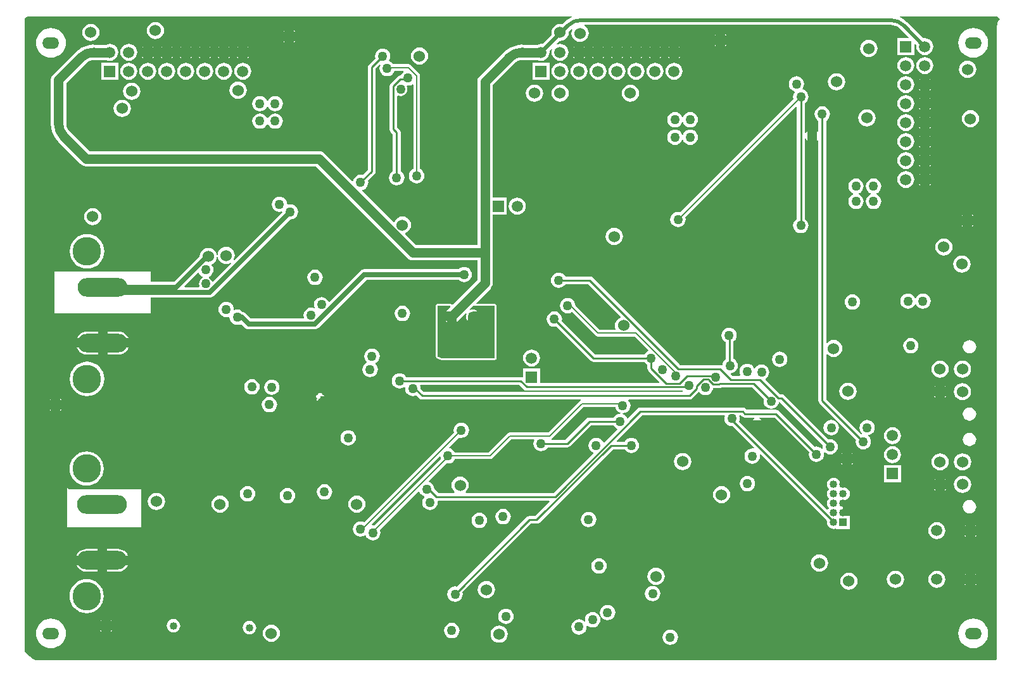
<source format=gbl>
G04*
G04 #@! TF.GenerationSoftware,Altium Limited,Altium Designer,19.1.8 (144)*
G04*
G04 Layer_Physical_Order=4*
G04 Layer_Color=16711680*
%FSLAX44Y44*%
%MOMM*%
G71*
G01*
G75*
%ADD13C,0.2540*%
%ADD16C,0.1270*%
%ADD93C,0.6350*%
%ADD96C,0.5080*%
%ADD101O,2.2606X1.5240*%
%ADD102C,1.5240*%
%ADD103C,1.5000*%
%ADD104R,1.5000X1.5000*%
%ADD105C,1.0160*%
%ADD106R,1.0160X1.0160*%
%ADD107C,1.4980*%
%ADD108R,1.5000X1.5000*%
%ADD109C,3.8100*%
%ADD110O,6.6802X2.5146*%
%ADD111C,1.2700*%
%ADD112C,0.6350*%
%ADD113C,0.7620*%
%ADD114C,1.2700*%
G36*
X1302781Y862896D02*
X1305622Y860998D01*
X1305720Y860900D01*
X1306088Y860349D01*
X1306480Y859404D01*
X1305973Y858844D01*
X1304556Y856724D01*
X1303580Y854368D01*
X1303083Y851867D01*
X1303020Y850592D01*
Y3050D01*
X1302472Y2823D01*
X1301297Y2590D01*
X1300698Y2590D01*
X17523D01*
X13730Y4161D01*
X9570Y6941D01*
X2590Y13920D01*
Y857468D01*
X2589Y857468D01*
X2590Y857469D01*
X2589Y858067D01*
X2822Y859240D01*
X3279Y860346D01*
X3944Y861341D01*
X4366Y861764D01*
X4790Y862188D01*
X5788Y862856D01*
X6896Y863315D01*
X8073Y863550D01*
X8673Y863550D01*
X734301D01*
X734554Y862280D01*
X732662Y861497D01*
X728401Y858886D01*
X724768Y855782D01*
X724582Y855659D01*
X721992Y853068D01*
X721804Y853146D01*
X718820Y853539D01*
X715836Y853146D01*
X713056Y851994D01*
X710668Y850162D01*
X708836Y847774D01*
X707684Y844994D01*
X707291Y842010D01*
X707684Y839026D01*
X707762Y838838D01*
X695409Y826486D01*
X693420Y826748D01*
X690468Y826359D01*
X688606Y825588D01*
X668381D01*
Y825610D01*
X662801Y825171D01*
X657358Y823864D01*
X652187Y821722D01*
X647415Y818798D01*
X643159Y815163D01*
X643159Y815163D01*
X642276Y814249D01*
X611244Y783216D01*
X609615Y781094D01*
X608591Y778622D01*
X608242Y775970D01*
X608242Y775970D01*
Y557618D01*
X526445D01*
X511802Y572260D01*
X512050Y573506D01*
X513764Y574216D01*
X516152Y576048D01*
X517984Y578436D01*
X519136Y581216D01*
X519529Y584200D01*
X519136Y587184D01*
X517984Y589964D01*
X516152Y592352D01*
X513764Y594184D01*
X510984Y595336D01*
X508000Y595729D01*
X505016Y595336D01*
X502236Y594184D01*
X499848Y592352D01*
X498016Y589964D01*
X497306Y588250D01*
X496060Y588002D01*
X453877Y630185D01*
X454286Y631387D01*
X454772Y631451D01*
X457244Y632475D01*
X459366Y634104D01*
X460995Y636226D01*
X462019Y638698D01*
X462368Y641350D01*
X462028Y643933D01*
X470552Y652457D01*
X471675Y654138D01*
X472069Y656120D01*
Y793345D01*
X477456Y798732D01*
X478533Y798012D01*
X477781Y796198D01*
X477432Y793546D01*
X477781Y790894D01*
X478805Y788422D01*
X480434Y786300D01*
X482556Y784671D01*
X485028Y783647D01*
X487680Y783298D01*
X490332Y783647D01*
X492804Y784671D01*
X494926Y786300D01*
X496555Y788422D01*
X497387Y790432D01*
X509071D01*
X509502Y789162D01*
X508374Y788296D01*
X506745Y786174D01*
X505997Y784367D01*
X505460D01*
X505460Y784367D01*
X503478Y783972D01*
X501797Y782850D01*
X492419Y773471D01*
X491296Y771790D01*
X490901Y769808D01*
Y712278D01*
X491296Y710296D01*
X492419Y708616D01*
X495201Y705834D01*
Y656532D01*
X493134Y654946D01*
X491505Y652824D01*
X490481Y650352D01*
X490132Y647700D01*
X490481Y645048D01*
X491505Y642576D01*
X493134Y640454D01*
X495256Y638825D01*
X497728Y637802D01*
X500380Y637452D01*
X503032Y637802D01*
X505504Y638825D01*
X507626Y640454D01*
X509255Y642576D01*
X510279Y645048D01*
X510628Y647700D01*
X510279Y650352D01*
X509255Y652824D01*
X507626Y654946D01*
X505560Y656532D01*
Y707979D01*
X505165Y709961D01*
X504043Y711642D01*
X501260Y714424D01*
Y756897D01*
X502317Y757603D01*
X503412Y757149D01*
X505733Y756843D01*
X508054Y757149D01*
X510216Y758045D01*
X512073Y759470D01*
X513498Y761327D01*
X514394Y763489D01*
X514700Y765810D01*
X514394Y768131D01*
X513714Y769772D01*
X514469Y770901D01*
X514539Y770945D01*
X515620Y770802D01*
X518272Y771152D01*
X520744Y772175D01*
X521379Y772663D01*
X522518Y772101D01*
Y659360D01*
X521926Y659115D01*
X519804Y657486D01*
X518175Y655364D01*
X517151Y652892D01*
X516802Y650240D01*
X517151Y647588D01*
X518175Y645116D01*
X519804Y642994D01*
X521926Y641365D01*
X524398Y640341D01*
X527050Y639992D01*
X529702Y640341D01*
X532174Y641365D01*
X534296Y642994D01*
X535925Y645116D01*
X536949Y647588D01*
X537298Y650240D01*
X536949Y652892D01*
X535925Y655364D01*
X534296Y657486D01*
X532174Y659115D01*
X531582Y659360D01*
Y784060D01*
X531582Y784060D01*
X531237Y785795D01*
X530255Y787265D01*
X530255Y787265D01*
X519351Y798169D01*
X517880Y799151D01*
X516146Y799496D01*
X495920D01*
X494926Y800792D01*
X492804Y802421D01*
X490715Y803286D01*
X490136Y804618D01*
X490534Y805136D01*
X491558Y807608D01*
X491907Y810260D01*
X491558Y812912D01*
X490534Y815384D01*
X488906Y817506D01*
X486783Y819135D01*
X484312Y820158D01*
X481660Y820508D01*
X479007Y820158D01*
X476536Y819135D01*
X474413Y817506D01*
X472785Y815384D01*
X471761Y812912D01*
X471412Y810260D01*
X471752Y807677D01*
X463227Y799153D01*
X462104Y797472D01*
X461710Y795490D01*
Y658265D01*
X454703Y651258D01*
X452120Y651598D01*
X449468Y651248D01*
X446996Y650225D01*
X444874Y648596D01*
X443245Y646474D01*
X442221Y644002D01*
X442157Y643516D01*
X440955Y643107D01*
X403716Y680346D01*
X401594Y681975D01*
X399122Y682999D01*
X396470Y683348D01*
X396470Y683348D01*
X89335D01*
X63589Y709094D01*
X62691Y709992D01*
X61872Y710923D01*
X60349Y712908D01*
X58914Y716372D01*
X58466Y719773D01*
X58508Y720090D01*
Y774265D01*
X84020Y799778D01*
X84897Y800654D01*
X85831Y801465D01*
X87174Y802567D01*
X89800Y803970D01*
X92648Y804834D01*
X95464Y805112D01*
X95611Y805092D01*
X112026D01*
X113888Y804321D01*
X116840Y803932D01*
X119792Y804321D01*
X122544Y805461D01*
X124906Y807274D01*
X126719Y809636D01*
X127859Y812387D01*
X128248Y815340D01*
X127859Y818292D01*
X126719Y821044D01*
X124906Y823406D01*
X122544Y825219D01*
X119792Y826359D01*
X116840Y826748D01*
X113888Y826359D01*
X112026Y825588D01*
X95611D01*
Y825610D01*
X90031Y825171D01*
X84588Y823864D01*
X79417Y821722D01*
X74645Y818798D01*
X70389Y815163D01*
X70389Y815163D01*
X69506Y814249D01*
X41014Y785756D01*
X39385Y783634D01*
X38361Y781162D01*
X38012Y778510D01*
X38012Y778510D01*
Y720090D01*
X37993D01*
X38421Y714647D01*
X39696Y709337D01*
X41785Y704293D01*
X44638Y699638D01*
X48184Y695486D01*
X48198Y695500D01*
X48198Y695499D01*
X77844Y665854D01*
X77844Y665854D01*
X79966Y664225D01*
X82438Y663202D01*
X85090Y662852D01*
X392225D01*
X514953Y540124D01*
X514954Y540124D01*
X517076Y538495D01*
X519548Y537472D01*
X522200Y537122D01*
X522200Y537122D01*
X608242D01*
Y510975D01*
X575270Y478002D01*
X573689Y478081D01*
X572849Y478643D01*
X571858Y478840D01*
X554990D01*
X553999Y478643D01*
X553159Y478081D01*
X552597Y477241D01*
X552400Y476250D01*
Y408940D01*
X552416Y408861D01*
X552405Y408781D01*
X552514Y408368D01*
X552597Y407949D01*
X552642Y407882D01*
X552663Y407803D01*
X552922Y407464D01*
X553159Y407109D01*
X553226Y407064D01*
X553275Y407000D01*
X554205Y406178D01*
X554357Y406089D01*
X554481Y405965D01*
X555575Y405234D01*
X555811Y405136D01*
X556023Y404994D01*
X557602Y404341D01*
X557852Y404291D01*
X558087Y404193D01*
X559763Y403860D01*
X560018D01*
X560268Y403810D01*
X631190D01*
X632181Y404007D01*
X633021Y404569D01*
X633583Y405409D01*
X633780Y406400D01*
Y476250D01*
X633583Y477241D01*
X633021Y478081D01*
X632181Y478643D01*
X631190Y478840D01*
X606752D01*
X606265Y480013D01*
X625736Y499484D01*
X625736Y499484D01*
X627365Y501606D01*
X628388Y504078D01*
X628738Y506730D01*
X628738Y506730D01*
Y598290D01*
X647580D01*
Y620910D01*
X628738D01*
Y771725D01*
X657667Y800654D01*
X657667Y800654D01*
X658601Y801465D01*
X659944Y802567D01*
X662570Y803970D01*
X665418Y804834D01*
X668234Y805112D01*
X668381Y805092D01*
X688606D01*
X690468Y804321D01*
X693420Y803932D01*
X696373Y804321D01*
X699124Y805461D01*
X701486Y807274D01*
X703299Y809636D01*
X704439Y812387D01*
X704828Y815340D01*
X704566Y817329D01*
X707061Y819825D01*
X708138Y819106D01*
X707801Y818292D01*
X707412Y815340D01*
X707801Y812387D01*
X708941Y809636D01*
X710754Y807274D01*
X713116Y805461D01*
X715867Y804321D01*
X718820Y803932D01*
X721773Y804321D01*
X724524Y805461D01*
X726886Y807274D01*
X728699Y809636D01*
X729839Y812387D01*
X730228Y815340D01*
X729839Y818292D01*
X728699Y821044D01*
X726886Y823406D01*
X724524Y825219D01*
X721773Y826359D01*
X718820Y826748D01*
X715867Y826359D01*
X715054Y826022D01*
X714335Y827099D01*
X717846Y830610D01*
X718820Y830481D01*
X721804Y830874D01*
X724584Y832026D01*
X726972Y833858D01*
X728804Y836246D01*
X729956Y839026D01*
X730349Y842010D01*
X730220Y842984D01*
X733739Y846502D01*
X734167Y846591D01*
X735083Y845483D01*
X734354Y843724D01*
X733961Y840740D01*
X734354Y837756D01*
X735506Y834976D01*
X737338Y832588D01*
X739726Y830756D01*
X742506Y829604D01*
X745490Y829211D01*
X748474Y829604D01*
X751254Y830756D01*
X753642Y832588D01*
X755474Y834976D01*
X756626Y837756D01*
X757019Y840740D01*
X756626Y843724D01*
X755474Y846504D01*
X753642Y848892D01*
X751254Y850724D01*
X751130Y850776D01*
X751383Y852046D01*
X1160419D01*
X1160718Y852105D01*
X1164128Y851769D01*
X1167695Y850687D01*
X1170983Y848930D01*
X1173632Y846756D01*
X1173801Y846502D01*
X1184861Y835443D01*
X1184374Y834270D01*
X1169790D01*
Y811650D01*
X1192410D01*
Y826235D01*
X1193583Y826721D01*
X1195354Y824949D01*
X1195092Y822960D01*
X1195481Y820007D01*
X1196621Y817256D01*
X1198434Y814894D01*
X1200796Y813081D01*
X1203548Y811941D01*
X1206500Y811552D01*
X1209453Y811941D01*
X1212204Y813081D01*
X1214566Y814894D01*
X1216379Y817256D01*
X1217519Y820007D01*
X1217908Y822960D01*
X1217519Y825912D01*
X1216379Y828664D01*
X1214566Y831026D01*
X1212204Y832839D01*
X1209453Y833979D01*
X1206500Y834368D01*
X1204510Y834106D01*
X1182958Y855659D01*
X1182772Y855782D01*
X1179139Y858886D01*
X1174878Y861497D01*
X1172987Y862280D01*
X1173239Y863550D01*
X1300698D01*
X1301202Y863550D01*
X1302781Y862896D01*
D02*
G37*
G36*
X631190Y406400D02*
X560268D01*
X558592Y406733D01*
X557014Y407387D01*
X555920Y408118D01*
X554990Y408940D01*
Y476250D01*
X571858D01*
X572344Y475077D01*
X566794Y469526D01*
X566106Y468630D01*
X574040D01*
Y462280D01*
X580390D01*
Y454346D01*
X581286Y455034D01*
X592716Y466463D01*
X593792Y465744D01*
X593319Y464601D01*
X593013Y462280D01*
X593319Y459959D01*
X594215Y457797D01*
X595630Y455952D01*
Y462280D01*
X601980D01*
Y468630D01*
X608308D01*
X606463Y470045D01*
X604301Y470941D01*
X601980Y471247D01*
X599659Y470941D01*
X598516Y470468D01*
X597797Y471544D01*
X602502Y476250D01*
X631190D01*
Y406400D01*
D02*
G37*
%LPC*%
G36*
X363220Y844864D02*
Y843280D01*
X364804D01*
X364116Y844176D01*
X363220Y844864D01*
D02*
G37*
G36*
X350520D02*
X349624Y844176D01*
X348936Y843280D01*
X350520D01*
Y844864D01*
D02*
G37*
G36*
X939800Y839784D02*
Y838200D01*
X941384D01*
X940696Y839096D01*
X939800Y839784D01*
D02*
G37*
G36*
X927100D02*
X926204Y839096D01*
X925516Y838200D01*
X927100D01*
Y839784D01*
D02*
G37*
G36*
X177800Y856079D02*
X174816Y855686D01*
X172036Y854534D01*
X169648Y852702D01*
X167816Y850314D01*
X166664Y847534D01*
X166271Y844550D01*
X166664Y841566D01*
X167816Y838786D01*
X169648Y836398D01*
X172036Y834566D01*
X174816Y833414D01*
X177800Y833021D01*
X180784Y833414D01*
X183564Y834566D01*
X185952Y836398D01*
X187784Y838786D01*
X188936Y841566D01*
X189329Y844550D01*
X188936Y847534D01*
X187784Y850314D01*
X185952Y852702D01*
X183564Y854534D01*
X180784Y855686D01*
X177800Y856079D01*
D02*
G37*
G36*
X91440Y853539D02*
X88456Y853146D01*
X85676Y851994D01*
X83288Y850162D01*
X81456Y847774D01*
X80304Y844994D01*
X79911Y842010D01*
X80304Y839026D01*
X81456Y836246D01*
X83288Y833858D01*
X85676Y832026D01*
X88456Y830874D01*
X91440Y830481D01*
X94424Y830874D01*
X97204Y832026D01*
X99592Y833858D01*
X101424Y836246D01*
X102576Y839026D01*
X102969Y842010D01*
X102576Y844994D01*
X101424Y847774D01*
X99592Y850162D01*
X97204Y851994D01*
X94424Y853146D01*
X91440Y853539D01*
D02*
G37*
G36*
X364804Y830580D02*
X363220D01*
Y828996D01*
X364116Y829684D01*
X364804Y830580D01*
D02*
G37*
G36*
X350520D02*
X348936D01*
X349624Y829684D01*
X350520Y828996D01*
Y830580D01*
D02*
G37*
G36*
X941384Y825500D02*
X939800D01*
Y823916D01*
X940696Y824604D01*
X941384Y825500D01*
D02*
G37*
G36*
X927100D02*
X925516D01*
X926204Y824604D01*
X927100Y823916D01*
Y825500D01*
D02*
G37*
G36*
X877570Y823123D02*
Y821690D01*
X879003D01*
X878381Y822501D01*
X877570Y823123D01*
D02*
G37*
G36*
X864870D02*
X864059Y822501D01*
X863437Y821690D01*
X864870D01*
Y823123D01*
D02*
G37*
G36*
X852170D02*
Y821690D01*
X853603D01*
X852981Y822501D01*
X852170Y823123D01*
D02*
G37*
G36*
X839470D02*
X838659Y822501D01*
X838037Y821690D01*
X839470D01*
Y823123D01*
D02*
G37*
G36*
X826770D02*
Y821690D01*
X828203D01*
X827581Y822501D01*
X826770Y823123D01*
D02*
G37*
G36*
X814070D02*
X813259Y822501D01*
X812637Y821690D01*
X814070D01*
Y823123D01*
D02*
G37*
G36*
X801370D02*
Y821690D01*
X802803D01*
X802181Y822501D01*
X801370Y823123D01*
D02*
G37*
G36*
X788670D02*
X787859Y822501D01*
X787237Y821690D01*
X788670D01*
Y823123D01*
D02*
G37*
G36*
X775970D02*
Y821690D01*
X777403D01*
X776781Y822501D01*
X775970Y823123D01*
D02*
G37*
G36*
X763270D02*
X762459Y822501D01*
X761837Y821690D01*
X763270D01*
Y823123D01*
D02*
G37*
G36*
X750570D02*
Y821690D01*
X752003D01*
X751381Y822501D01*
X750570Y823123D01*
D02*
G37*
G36*
X737870D02*
X737059Y822501D01*
X736437Y821690D01*
X737870D01*
Y823123D01*
D02*
G37*
G36*
X300990D02*
Y821690D01*
X302423D01*
X301801Y822501D01*
X300990Y823123D01*
D02*
G37*
G36*
X288290D02*
X287479Y822501D01*
X286857Y821690D01*
X288290D01*
Y823123D01*
D02*
G37*
G36*
X275590D02*
Y821690D01*
X277023D01*
X276401Y822501D01*
X275590Y823123D01*
D02*
G37*
G36*
X262890D02*
X262079Y822501D01*
X261457Y821690D01*
X262890D01*
Y823123D01*
D02*
G37*
G36*
X250190D02*
Y821690D01*
X251623D01*
X251001Y822501D01*
X250190Y823123D01*
D02*
G37*
G36*
X237490D02*
X236679Y822501D01*
X236057Y821690D01*
X237490D01*
Y823123D01*
D02*
G37*
G36*
X224790D02*
Y821690D01*
X226223D01*
X225601Y822501D01*
X224790Y823123D01*
D02*
G37*
G36*
X212090D02*
X211279Y822501D01*
X210657Y821690D01*
X212090D01*
Y823123D01*
D02*
G37*
G36*
X199390D02*
Y821690D01*
X200823D01*
X200201Y822501D01*
X199390Y823123D01*
D02*
G37*
G36*
X186690D02*
X185879Y822501D01*
X185257Y821690D01*
X186690D01*
Y823123D01*
D02*
G37*
G36*
X173990D02*
Y821690D01*
X175423D01*
X174801Y822501D01*
X173990Y823123D01*
D02*
G37*
G36*
X161290D02*
X160479Y822501D01*
X159857Y821690D01*
X161290D01*
Y823123D01*
D02*
G37*
G36*
X1131570Y831949D02*
X1128586Y831556D01*
X1125806Y830404D01*
X1123418Y828572D01*
X1121586Y826184D01*
X1120434Y823404D01*
X1120041Y820420D01*
X1120434Y817436D01*
X1121586Y814656D01*
X1123418Y812268D01*
X1125806Y810436D01*
X1128586Y809284D01*
X1131570Y808891D01*
X1134554Y809284D01*
X1137334Y810436D01*
X1139722Y812268D01*
X1141554Y814656D01*
X1142706Y817436D01*
X1143099Y820420D01*
X1142706Y823404D01*
X1141554Y826184D01*
X1139722Y828572D01*
X1137334Y830404D01*
X1134554Y831556D01*
X1131570Y831949D01*
D02*
G37*
G36*
X1271270Y847946D02*
X1267387Y847563D01*
X1263652Y846431D01*
X1260211Y844591D01*
X1257194Y842116D01*
X1254719Y839099D01*
X1252879Y835658D01*
X1251747Y831923D01*
X1251364Y828040D01*
X1251747Y824157D01*
X1252879Y820422D01*
X1254719Y816981D01*
X1257194Y813964D01*
X1260211Y811489D01*
X1263652Y809649D01*
X1267387Y808517D01*
X1271270Y808134D01*
X1275153Y808517D01*
X1278888Y809649D01*
X1282329Y811489D01*
X1285346Y813964D01*
X1287821Y816981D01*
X1289661Y820422D01*
X1290793Y824157D01*
X1291176Y828040D01*
X1290793Y831923D01*
X1289661Y835658D01*
X1287821Y839099D01*
X1285346Y842116D01*
X1282329Y844591D01*
X1278888Y846431D01*
X1275153Y847563D01*
X1271270Y847946D01*
D02*
G37*
G36*
X38100D02*
X34217Y847563D01*
X30482Y846431D01*
X27041Y844591D01*
X24024Y842116D01*
X21549Y839099D01*
X19709Y835658D01*
X18577Y831923D01*
X18194Y828040D01*
X18577Y824157D01*
X19709Y820422D01*
X21549Y816981D01*
X24024Y813964D01*
X27041Y811489D01*
X30482Y809649D01*
X34217Y808517D01*
X38100Y808134D01*
X41983Y808517D01*
X45718Y809649D01*
X49159Y811489D01*
X52176Y813964D01*
X54651Y816981D01*
X56491Y820422D01*
X57623Y824157D01*
X58006Y828040D01*
X57623Y831923D01*
X56491Y835658D01*
X54651Y839099D01*
X52176Y842116D01*
X49159Y844591D01*
X45718Y846431D01*
X41983Y847563D01*
X38100Y847946D01*
D02*
G37*
G36*
X879003Y808990D02*
X877570D01*
Y807557D01*
X878381Y808179D01*
X879003Y808990D01*
D02*
G37*
G36*
X864870D02*
X863437D01*
X864059Y808179D01*
X864870Y807557D01*
Y808990D01*
D02*
G37*
G36*
X853603D02*
X852170D01*
Y807557D01*
X852981Y808179D01*
X853603Y808990D01*
D02*
G37*
G36*
X839470D02*
X838037D01*
X838659Y808179D01*
X839470Y807557D01*
Y808990D01*
D02*
G37*
G36*
X828203D02*
X826770D01*
Y807557D01*
X827581Y808179D01*
X828203Y808990D01*
D02*
G37*
G36*
X814070D02*
X812637D01*
X813259Y808179D01*
X814070Y807557D01*
Y808990D01*
D02*
G37*
G36*
X802803D02*
X801370D01*
Y807557D01*
X802181Y808179D01*
X802803Y808990D01*
D02*
G37*
G36*
X788670D02*
X787237D01*
X787859Y808179D01*
X788670Y807557D01*
Y808990D01*
D02*
G37*
G36*
X777403D02*
X775970D01*
Y807557D01*
X776781Y808179D01*
X777403Y808990D01*
D02*
G37*
G36*
X763270D02*
X761837D01*
X762459Y808179D01*
X763270Y807557D01*
Y808990D01*
D02*
G37*
G36*
X752003D02*
X750570D01*
Y807557D01*
X751381Y808179D01*
X752003Y808990D01*
D02*
G37*
G36*
X737870D02*
X736437D01*
X737059Y808179D01*
X737870Y807557D01*
Y808990D01*
D02*
G37*
G36*
X302423D02*
X300990D01*
Y807557D01*
X301801Y808179D01*
X302423Y808990D01*
D02*
G37*
G36*
X288290D02*
X286857D01*
X287479Y808179D01*
X288290Y807557D01*
Y808990D01*
D02*
G37*
G36*
X277023D02*
X275590D01*
Y807557D01*
X276401Y808179D01*
X277023Y808990D01*
D02*
G37*
G36*
X262890D02*
X261457D01*
X262079Y808179D01*
X262890Y807557D01*
Y808990D01*
D02*
G37*
G36*
X251623D02*
X250190D01*
Y807557D01*
X251001Y808179D01*
X251623Y808990D01*
D02*
G37*
G36*
X237490D02*
X236057D01*
X236679Y808179D01*
X237490Y807557D01*
Y808990D01*
D02*
G37*
G36*
X226223D02*
X224790D01*
Y807557D01*
X225601Y808179D01*
X226223Y808990D01*
D02*
G37*
G36*
X212090D02*
X210657D01*
X211279Y808179D01*
X212090Y807557D01*
Y808990D01*
D02*
G37*
G36*
X200823D02*
X199390D01*
Y807557D01*
X200201Y808179D01*
X200823Y808990D01*
D02*
G37*
G36*
X186690D02*
X185257D01*
X185879Y808179D01*
X186690Y807557D01*
Y808990D01*
D02*
G37*
G36*
X175423D02*
X173990D01*
Y807557D01*
X174801Y808179D01*
X175423Y808990D01*
D02*
G37*
G36*
X161290D02*
X159857D01*
X160479Y808179D01*
X161290Y807557D01*
Y808990D01*
D02*
G37*
G36*
X142240Y826748D02*
X139288Y826359D01*
X136536Y825219D01*
X134174Y823406D01*
X132361Y821044D01*
X131221Y818292D01*
X130832Y815340D01*
X131221Y812387D01*
X132361Y809636D01*
X134174Y807274D01*
X136536Y805461D01*
X139288Y804321D01*
X142240Y803932D01*
X145192Y804321D01*
X147944Y805461D01*
X150306Y807274D01*
X152119Y809636D01*
X153259Y812387D01*
X153648Y815340D01*
X153259Y818292D01*
X152119Y821044D01*
X150306Y823406D01*
X147944Y825219D01*
X145192Y826359D01*
X142240Y826748D01*
D02*
G37*
G36*
X530860Y821789D02*
X527876Y821396D01*
X525096Y820244D01*
X522708Y818412D01*
X520876Y816024D01*
X519724Y813244D01*
X519331Y810260D01*
X519724Y807276D01*
X520876Y804496D01*
X522708Y802108D01*
X525096Y800276D01*
X527876Y799124D01*
X530860Y798731D01*
X533844Y799124D01*
X536624Y800276D01*
X539012Y802108D01*
X540844Y804496D01*
X541996Y807276D01*
X542389Y810260D01*
X541996Y813244D01*
X540844Y816024D01*
X539012Y818412D01*
X536624Y820244D01*
X533844Y821396D01*
X530860Y821789D01*
D02*
G37*
G36*
X1206500Y808968D02*
X1203548Y808579D01*
X1200796Y807439D01*
X1198434Y805626D01*
X1196621Y803264D01*
X1195481Y800512D01*
X1195092Y797560D01*
X1195481Y794607D01*
X1196621Y791856D01*
X1198434Y789494D01*
X1200796Y787681D01*
X1203548Y786541D01*
X1206500Y786152D01*
X1209453Y786541D01*
X1212204Y787681D01*
X1214566Y789494D01*
X1216379Y791856D01*
X1217519Y794607D01*
X1217908Y797560D01*
X1217519Y800512D01*
X1216379Y803264D01*
X1214566Y805626D01*
X1212204Y807439D01*
X1209453Y808579D01*
X1206500Y808968D01*
D02*
G37*
G36*
X1181100D02*
X1178148Y808579D01*
X1175396Y807439D01*
X1173034Y805626D01*
X1171221Y803264D01*
X1170081Y800512D01*
X1169692Y797560D01*
X1170081Y794607D01*
X1171221Y791856D01*
X1173034Y789494D01*
X1175396Y787681D01*
X1178148Y786541D01*
X1181100Y786152D01*
X1184053Y786541D01*
X1186804Y787681D01*
X1189166Y789494D01*
X1190979Y791856D01*
X1192119Y794607D01*
X1192508Y797560D01*
X1192119Y800512D01*
X1190979Y803264D01*
X1189166Y805626D01*
X1186804Y807439D01*
X1184053Y808579D01*
X1181100Y808968D01*
D02*
G37*
G36*
X1263650Y804009D02*
X1260666Y803616D01*
X1257886Y802464D01*
X1255498Y800632D01*
X1253666Y798244D01*
X1252514Y795464D01*
X1252121Y792480D01*
X1252514Y789496D01*
X1253666Y786716D01*
X1255498Y784328D01*
X1257886Y782496D01*
X1260666Y781344D01*
X1263650Y780951D01*
X1266634Y781344D01*
X1269414Y782496D01*
X1271802Y784328D01*
X1273634Y786716D01*
X1274786Y789496D01*
X1275179Y792480D01*
X1274786Y795464D01*
X1273634Y798244D01*
X1271802Y800632D01*
X1269414Y802464D01*
X1266634Y803616D01*
X1263650Y804009D01*
D02*
G37*
G36*
X704730Y801250D02*
X682110D01*
Y778630D01*
X704730D01*
Y801250D01*
D02*
G37*
G36*
X128150D02*
X105530D01*
Y778630D01*
X128150D01*
Y801250D01*
D02*
G37*
G36*
X871220Y801348D02*
X868268Y800959D01*
X865516Y799819D01*
X863154Y798006D01*
X861341Y795644D01*
X860201Y792893D01*
X859812Y789940D01*
X860201Y786988D01*
X861341Y784236D01*
X863154Y781874D01*
X865516Y780061D01*
X868268Y778921D01*
X871220Y778532D01*
X874173Y778921D01*
X876924Y780061D01*
X879286Y781874D01*
X881099Y784236D01*
X882239Y786988D01*
X882628Y789940D01*
X882239Y792893D01*
X881099Y795644D01*
X879286Y798006D01*
X876924Y799819D01*
X874173Y800959D01*
X871220Y801348D01*
D02*
G37*
G36*
X845820D02*
X842868Y800959D01*
X840116Y799819D01*
X837754Y798006D01*
X835941Y795644D01*
X834801Y792893D01*
X834412Y789940D01*
X834801Y786988D01*
X835941Y784236D01*
X837754Y781874D01*
X840116Y780061D01*
X842868Y778921D01*
X845820Y778532D01*
X848773Y778921D01*
X851524Y780061D01*
X853886Y781874D01*
X855699Y784236D01*
X856839Y786988D01*
X857228Y789940D01*
X856839Y792893D01*
X855699Y795644D01*
X853886Y798006D01*
X851524Y799819D01*
X848773Y800959D01*
X845820Y801348D01*
D02*
G37*
G36*
X820420D02*
X817467Y800959D01*
X814716Y799819D01*
X812354Y798006D01*
X810541Y795644D01*
X809401Y792893D01*
X809012Y789940D01*
X809401Y786988D01*
X810541Y784236D01*
X812354Y781874D01*
X814716Y780061D01*
X817467Y778921D01*
X820420Y778532D01*
X823372Y778921D01*
X826124Y780061D01*
X828486Y781874D01*
X830299Y784236D01*
X831439Y786988D01*
X831828Y789940D01*
X831439Y792893D01*
X830299Y795644D01*
X828486Y798006D01*
X826124Y799819D01*
X823372Y800959D01*
X820420Y801348D01*
D02*
G37*
G36*
X795020D02*
X792067Y800959D01*
X789316Y799819D01*
X786954Y798006D01*
X785141Y795644D01*
X784001Y792893D01*
X783612Y789940D01*
X784001Y786988D01*
X785141Y784236D01*
X786954Y781874D01*
X789316Y780061D01*
X792067Y778921D01*
X795020Y778532D01*
X797972Y778921D01*
X800724Y780061D01*
X803086Y781874D01*
X804899Y784236D01*
X806039Y786988D01*
X806428Y789940D01*
X806039Y792893D01*
X804899Y795644D01*
X803086Y798006D01*
X800724Y799819D01*
X797972Y800959D01*
X795020Y801348D01*
D02*
G37*
G36*
X769620D02*
X766667Y800959D01*
X763916Y799819D01*
X761554Y798006D01*
X759741Y795644D01*
X758601Y792893D01*
X758212Y789940D01*
X758601Y786988D01*
X759741Y784236D01*
X761554Y781874D01*
X763916Y780061D01*
X766667Y778921D01*
X769620Y778532D01*
X772572Y778921D01*
X775324Y780061D01*
X777686Y781874D01*
X779499Y784236D01*
X780639Y786988D01*
X781028Y789940D01*
X780639Y792893D01*
X779499Y795644D01*
X777686Y798006D01*
X775324Y799819D01*
X772572Y800959D01*
X769620Y801348D01*
D02*
G37*
G36*
X744220D02*
X741267Y800959D01*
X738516Y799819D01*
X736154Y798006D01*
X734341Y795644D01*
X733201Y792893D01*
X732812Y789940D01*
X733201Y786988D01*
X734341Y784236D01*
X736154Y781874D01*
X738516Y780061D01*
X741267Y778921D01*
X744220Y778532D01*
X747172Y778921D01*
X749924Y780061D01*
X752286Y781874D01*
X754099Y784236D01*
X755239Y786988D01*
X755628Y789940D01*
X755239Y792893D01*
X754099Y795644D01*
X752286Y798006D01*
X749924Y799819D01*
X747172Y800959D01*
X744220Y801348D01*
D02*
G37*
G36*
X718820D02*
X715867Y800959D01*
X713116Y799819D01*
X710754Y798006D01*
X708941Y795644D01*
X707801Y792893D01*
X707412Y789940D01*
X707801Y786988D01*
X708941Y784236D01*
X710754Y781874D01*
X713116Y780061D01*
X715867Y778921D01*
X718820Y778532D01*
X721773Y778921D01*
X724524Y780061D01*
X726886Y781874D01*
X728699Y784236D01*
X729839Y786988D01*
X730228Y789940D01*
X729839Y792893D01*
X728699Y795644D01*
X726886Y798006D01*
X724524Y799819D01*
X721773Y800959D01*
X718820Y801348D01*
D02*
G37*
G36*
X294640D02*
X291688Y800959D01*
X288936Y799819D01*
X286574Y798006D01*
X284761Y795644D01*
X283621Y792893D01*
X283232Y789940D01*
X283621Y786988D01*
X284761Y784236D01*
X286574Y781874D01*
X288936Y780061D01*
X291688Y778921D01*
X294640Y778532D01*
X297593Y778921D01*
X300344Y780061D01*
X302706Y781874D01*
X304519Y784236D01*
X305659Y786988D01*
X306048Y789940D01*
X305659Y792893D01*
X304519Y795644D01*
X302706Y798006D01*
X300344Y799819D01*
X297593Y800959D01*
X294640Y801348D01*
D02*
G37*
G36*
X269240D02*
X266287Y800959D01*
X263536Y799819D01*
X261174Y798006D01*
X259361Y795644D01*
X258221Y792893D01*
X257832Y789940D01*
X258221Y786988D01*
X259361Y784236D01*
X261174Y781874D01*
X263536Y780061D01*
X266287Y778921D01*
X269240Y778532D01*
X272192Y778921D01*
X274944Y780061D01*
X277306Y781874D01*
X279119Y784236D01*
X280259Y786988D01*
X280648Y789940D01*
X280259Y792893D01*
X279119Y795644D01*
X277306Y798006D01*
X274944Y799819D01*
X272192Y800959D01*
X269240Y801348D01*
D02*
G37*
G36*
X243840D02*
X240888Y800959D01*
X238136Y799819D01*
X235774Y798006D01*
X233961Y795644D01*
X232821Y792893D01*
X232432Y789940D01*
X232821Y786988D01*
X233961Y784236D01*
X235774Y781874D01*
X238136Y780061D01*
X240888Y778921D01*
X243840Y778532D01*
X246793Y778921D01*
X249544Y780061D01*
X251906Y781874D01*
X253719Y784236D01*
X254859Y786988D01*
X255248Y789940D01*
X254859Y792893D01*
X253719Y795644D01*
X251906Y798006D01*
X249544Y799819D01*
X246793Y800959D01*
X243840Y801348D01*
D02*
G37*
G36*
X218440D02*
X215487Y800959D01*
X212736Y799819D01*
X210374Y798006D01*
X208561Y795644D01*
X207421Y792893D01*
X207032Y789940D01*
X207421Y786988D01*
X208561Y784236D01*
X210374Y781874D01*
X212736Y780061D01*
X215487Y778921D01*
X218440Y778532D01*
X221392Y778921D01*
X224144Y780061D01*
X226506Y781874D01*
X228319Y784236D01*
X229459Y786988D01*
X229848Y789940D01*
X229459Y792893D01*
X228319Y795644D01*
X226506Y798006D01*
X224144Y799819D01*
X221392Y800959D01*
X218440Y801348D01*
D02*
G37*
G36*
X193040D02*
X190088Y800959D01*
X187336Y799819D01*
X184974Y798006D01*
X183161Y795644D01*
X182021Y792893D01*
X181632Y789940D01*
X182021Y786988D01*
X183161Y784236D01*
X184974Y781874D01*
X187336Y780061D01*
X190088Y778921D01*
X193040Y778532D01*
X195993Y778921D01*
X198744Y780061D01*
X201106Y781874D01*
X202919Y784236D01*
X204059Y786988D01*
X204448Y789940D01*
X204059Y792893D01*
X202919Y795644D01*
X201106Y798006D01*
X198744Y799819D01*
X195993Y800959D01*
X193040Y801348D01*
D02*
G37*
G36*
X167640D02*
X164688Y800959D01*
X161936Y799819D01*
X159574Y798006D01*
X157761Y795644D01*
X156621Y792893D01*
X156232Y789940D01*
X156621Y786988D01*
X157761Y784236D01*
X159574Y781874D01*
X161936Y780061D01*
X164688Y778921D01*
X167640Y778532D01*
X170592Y778921D01*
X173344Y780061D01*
X175706Y781874D01*
X177519Y784236D01*
X178659Y786988D01*
X179048Y789940D01*
X178659Y792893D01*
X177519Y795644D01*
X175706Y798006D01*
X173344Y799819D01*
X170592Y800959D01*
X167640Y801348D01*
D02*
G37*
G36*
X142240D02*
X139288Y800959D01*
X136536Y799819D01*
X134174Y798006D01*
X132361Y795644D01*
X131221Y792893D01*
X130832Y789940D01*
X131221Y786988D01*
X132361Y784236D01*
X134174Y781874D01*
X136536Y780061D01*
X139288Y778921D01*
X142240Y778532D01*
X145192Y778921D01*
X147944Y780061D01*
X150306Y781874D01*
X152119Y784236D01*
X153259Y786988D01*
X153648Y789940D01*
X153259Y792893D01*
X152119Y795644D01*
X150306Y798006D01*
X147944Y799819D01*
X145192Y800959D01*
X142240Y801348D01*
D02*
G37*
G36*
X1212850Y779943D02*
Y778510D01*
X1214283D01*
X1213661Y779321D01*
X1212850Y779943D01*
D02*
G37*
G36*
X1200150D02*
X1199339Y779321D01*
X1198717Y778510D01*
X1200150D01*
Y779943D01*
D02*
G37*
G36*
X1088390Y787499D02*
X1085406Y787106D01*
X1082626Y785954D01*
X1080238Y784122D01*
X1078406Y781734D01*
X1077254Y778954D01*
X1076861Y775970D01*
X1077254Y772986D01*
X1078406Y770206D01*
X1080238Y767818D01*
X1082626Y765986D01*
X1085406Y764834D01*
X1088390Y764441D01*
X1091374Y764834D01*
X1094154Y765986D01*
X1096542Y767818D01*
X1098374Y770206D01*
X1099526Y772986D01*
X1099919Y775970D01*
X1099526Y778954D01*
X1098374Y781734D01*
X1096542Y784122D01*
X1094154Y785954D01*
X1091374Y787106D01*
X1088390Y787499D01*
D02*
G37*
G36*
X1214283Y765810D02*
X1212850D01*
Y764377D01*
X1213661Y764999D01*
X1214283Y765810D01*
D02*
G37*
G36*
X1200150D02*
X1198717D01*
X1199339Y764999D01*
X1200150Y764377D01*
Y765810D01*
D02*
G37*
G36*
X1181100Y783568D02*
X1178148Y783179D01*
X1175396Y782039D01*
X1173034Y780226D01*
X1171221Y777864D01*
X1170081Y775113D01*
X1169692Y772160D01*
X1170081Y769208D01*
X1171221Y766456D01*
X1173034Y764094D01*
X1175396Y762281D01*
X1178148Y761141D01*
X1181100Y760752D01*
X1184053Y761141D01*
X1186804Y762281D01*
X1189166Y764094D01*
X1190979Y766456D01*
X1192119Y769208D01*
X1192508Y772160D01*
X1192119Y775113D01*
X1190979Y777864D01*
X1189166Y780226D01*
X1186804Y782039D01*
X1184053Y783179D01*
X1181100Y783568D01*
D02*
G37*
G36*
X1212850Y754543D02*
Y753110D01*
X1214283D01*
X1213661Y753921D01*
X1212850Y754543D01*
D02*
G37*
G36*
X1200150D02*
X1199339Y753921D01*
X1198717Y753110D01*
X1200150D01*
Y754543D01*
D02*
G37*
G36*
X288290Y776069D02*
X285306Y775676D01*
X282526Y774524D01*
X280138Y772692D01*
X278306Y770304D01*
X277154Y767524D01*
X276761Y764540D01*
X277154Y761556D01*
X278306Y758776D01*
X280138Y756388D01*
X282526Y754556D01*
X285306Y753404D01*
X288290Y753011D01*
X291274Y753404D01*
X294054Y754556D01*
X296442Y756388D01*
X298274Y758776D01*
X299426Y761556D01*
X299819Y764540D01*
X299426Y767524D01*
X298274Y770304D01*
X296442Y772692D01*
X294054Y774524D01*
X291274Y775676D01*
X288290Y776069D01*
D02*
G37*
G36*
X146050Y774799D02*
X143066Y774406D01*
X140286Y773254D01*
X137898Y771422D01*
X136066Y769034D01*
X134914Y766254D01*
X134521Y763270D01*
X134914Y760286D01*
X136066Y757506D01*
X137898Y755118D01*
X140286Y753286D01*
X143066Y752134D01*
X146050Y751741D01*
X149034Y752134D01*
X151814Y753286D01*
X154202Y755118D01*
X156034Y757506D01*
X157186Y760286D01*
X157579Y763270D01*
X157186Y766254D01*
X156034Y769034D01*
X154202Y771422D01*
X151814Y773254D01*
X149034Y774406D01*
X146050Y774799D01*
D02*
G37*
G36*
X337820Y757008D02*
X335168Y756658D01*
X332696Y755635D01*
X330574Y754006D01*
X328945Y751884D01*
X328347Y750440D01*
X326973D01*
X326375Y751884D01*
X324746Y754006D01*
X322624Y755635D01*
X320152Y756658D01*
X317500Y757008D01*
X314848Y756658D01*
X312376Y755635D01*
X310254Y754006D01*
X308625Y751884D01*
X307602Y749412D01*
X307252Y746760D01*
X307602Y744108D01*
X308625Y741636D01*
X310254Y739514D01*
X312376Y737885D01*
X314848Y736861D01*
X317500Y736512D01*
X320152Y736861D01*
X322624Y737885D01*
X324746Y739514D01*
X326375Y741636D01*
X326973Y743080D01*
X328347D01*
X328945Y741636D01*
X330574Y739514D01*
X332696Y737885D01*
X335168Y736861D01*
X337820Y736512D01*
X340472Y736861D01*
X342944Y737885D01*
X345066Y739514D01*
X346695Y741636D01*
X347719Y744108D01*
X348068Y746760D01*
X347719Y749412D01*
X346695Y751884D01*
X345066Y754006D01*
X342944Y755635D01*
X340472Y756658D01*
X337820Y757008D01*
D02*
G37*
G36*
X812800Y772259D02*
X809816Y771866D01*
X807036Y770714D01*
X804648Y768882D01*
X802816Y766494D01*
X801664Y763714D01*
X801271Y760730D01*
X801664Y757746D01*
X802816Y754966D01*
X804648Y752578D01*
X807036Y750746D01*
X809816Y749594D01*
X812800Y749201D01*
X815784Y749594D01*
X818564Y750746D01*
X820952Y752578D01*
X822784Y754966D01*
X823936Y757746D01*
X824329Y760730D01*
X823936Y763714D01*
X822784Y766494D01*
X820952Y768882D01*
X818564Y770714D01*
X815784Y771866D01*
X812800Y772259D01*
D02*
G37*
G36*
X718820D02*
X715836Y771866D01*
X713056Y770714D01*
X710668Y768882D01*
X708836Y766494D01*
X707684Y763714D01*
X707291Y760730D01*
X707684Y757746D01*
X708836Y754966D01*
X710668Y752578D01*
X713056Y750746D01*
X715836Y749594D01*
X718820Y749201D01*
X721804Y749594D01*
X724584Y750746D01*
X726972Y752578D01*
X728804Y754966D01*
X729956Y757746D01*
X730349Y760730D01*
X729956Y763714D01*
X728804Y766494D01*
X726972Y768882D01*
X724584Y770714D01*
X721804Y771866D01*
X718820Y772259D01*
D02*
G37*
G36*
X684530D02*
X681546Y771866D01*
X678766Y770714D01*
X676378Y768882D01*
X674546Y766494D01*
X673394Y763714D01*
X673001Y760730D01*
X673394Y757746D01*
X674546Y754966D01*
X676378Y752578D01*
X678766Y750746D01*
X681546Y749594D01*
X684530Y749201D01*
X687514Y749594D01*
X690294Y750746D01*
X692682Y752578D01*
X694514Y754966D01*
X695666Y757746D01*
X696059Y760730D01*
X695666Y763714D01*
X694514Y766494D01*
X692682Y768882D01*
X690294Y770714D01*
X687514Y771866D01*
X684530Y772259D01*
D02*
G37*
G36*
X1214283Y740410D02*
X1212850D01*
Y738977D01*
X1213661Y739599D01*
X1214283Y740410D01*
D02*
G37*
G36*
X1200150D02*
X1198717D01*
X1199339Y739599D01*
X1200150Y738977D01*
Y740410D01*
D02*
G37*
G36*
X1181100Y758168D02*
X1178148Y757779D01*
X1175396Y756639D01*
X1173034Y754826D01*
X1171221Y752464D01*
X1170081Y749713D01*
X1169692Y746760D01*
X1170081Y743808D01*
X1171221Y741056D01*
X1173034Y738694D01*
X1175396Y736881D01*
X1178148Y735741D01*
X1181100Y735352D01*
X1184053Y735741D01*
X1186804Y736881D01*
X1189166Y738694D01*
X1190979Y741056D01*
X1192119Y743808D01*
X1192508Y746760D01*
X1192119Y749713D01*
X1190979Y752464D01*
X1189166Y754826D01*
X1186804Y756639D01*
X1184053Y757779D01*
X1181100Y758168D01*
D02*
G37*
G36*
X133350Y751939D02*
X130366Y751546D01*
X127586Y750394D01*
X125198Y748562D01*
X123366Y746174D01*
X122214Y743394D01*
X121821Y740410D01*
X122214Y737426D01*
X123366Y734646D01*
X125198Y732258D01*
X127586Y730426D01*
X130366Y729274D01*
X133350Y728881D01*
X136334Y729274D01*
X139114Y730426D01*
X141502Y732258D01*
X143334Y734646D01*
X144486Y737426D01*
X144879Y740410D01*
X144486Y743394D01*
X143334Y746174D01*
X141502Y748562D01*
X139114Y750394D01*
X136334Y751546D01*
X133350Y751939D01*
D02*
G37*
G36*
X892810Y735418D02*
X890158Y735069D01*
X887686Y734045D01*
X885564Y732416D01*
X883935Y730294D01*
X883337Y728850D01*
X881963D01*
X881365Y730294D01*
X879736Y732416D01*
X877614Y734045D01*
X875142Y735069D01*
X872490Y735418D01*
X869838Y735069D01*
X867366Y734045D01*
X865244Y732416D01*
X863615Y730294D01*
X862591Y727822D01*
X862242Y725170D01*
X862591Y722518D01*
X863615Y720046D01*
X865244Y717924D01*
X867366Y716295D01*
X869838Y715272D01*
X872490Y714922D01*
X875142Y715272D01*
X877614Y716295D01*
X879736Y717924D01*
X881365Y720046D01*
X881963Y721490D01*
X883337D01*
X883935Y720046D01*
X885564Y717924D01*
X887686Y716295D01*
X890158Y715272D01*
X892810Y714922D01*
X895462Y715272D01*
X897934Y716295D01*
X900056Y717924D01*
X901685Y720046D01*
X902709Y722518D01*
X903058Y725170D01*
X902709Y727822D01*
X901685Y730294D01*
X900056Y732416D01*
X897934Y734045D01*
X895462Y735069D01*
X892810Y735418D01*
D02*
G37*
G36*
X1212850Y729143D02*
Y727710D01*
X1214283D01*
X1213661Y728521D01*
X1212850Y729143D01*
D02*
G37*
G36*
X1200150D02*
X1199339Y728521D01*
X1198717Y727710D01*
X1200150D01*
Y729143D01*
D02*
G37*
G36*
X337820Y733538D02*
X335168Y733188D01*
X332696Y732165D01*
X330574Y730536D01*
X328945Y728414D01*
X328347Y726970D01*
X326973D01*
X326375Y728414D01*
X324746Y730536D01*
X322624Y732165D01*
X320152Y733188D01*
X317500Y733538D01*
X314848Y733188D01*
X312376Y732165D01*
X310254Y730536D01*
X308625Y728414D01*
X307602Y725942D01*
X307252Y723290D01*
X307602Y720638D01*
X308625Y718166D01*
X310254Y716044D01*
X312376Y714415D01*
X314848Y713391D01*
X317500Y713042D01*
X320152Y713391D01*
X322624Y714415D01*
X324746Y716044D01*
X326375Y718166D01*
X326973Y719610D01*
X328347D01*
X328945Y718166D01*
X330574Y716044D01*
X332696Y714415D01*
X335168Y713391D01*
X337820Y713042D01*
X340472Y713391D01*
X342944Y714415D01*
X345066Y716044D01*
X346695Y718166D01*
X347719Y720638D01*
X348068Y723290D01*
X347719Y725942D01*
X346695Y728414D01*
X345066Y730536D01*
X342944Y732165D01*
X340472Y733188D01*
X337820Y733538D01*
D02*
G37*
G36*
X1129030Y739239D02*
X1126046Y738846D01*
X1123266Y737694D01*
X1120878Y735862D01*
X1119046Y733474D01*
X1117894Y730694D01*
X1117501Y727710D01*
X1117894Y724726D01*
X1119046Y721946D01*
X1120878Y719558D01*
X1123266Y717726D01*
X1126046Y716574D01*
X1129030Y716181D01*
X1132014Y716574D01*
X1134794Y717726D01*
X1137182Y719558D01*
X1139014Y721946D01*
X1140166Y724726D01*
X1140559Y727710D01*
X1140166Y730694D01*
X1139014Y733474D01*
X1137182Y735862D01*
X1134794Y737694D01*
X1132014Y738846D01*
X1129030Y739239D01*
D02*
G37*
G36*
X1267460Y737969D02*
X1264476Y737576D01*
X1261696Y736424D01*
X1259308Y734592D01*
X1257476Y732204D01*
X1256324Y729424D01*
X1255931Y726440D01*
X1256324Y723456D01*
X1257476Y720676D01*
X1259308Y718288D01*
X1261696Y716456D01*
X1264476Y715304D01*
X1267460Y714911D01*
X1270444Y715304D01*
X1273224Y716456D01*
X1275612Y718288D01*
X1277444Y720676D01*
X1278596Y723456D01*
X1278989Y726440D01*
X1278596Y729424D01*
X1277444Y732204D01*
X1275612Y734592D01*
X1273224Y736424D01*
X1270444Y737576D01*
X1267460Y737969D01*
D02*
G37*
G36*
X1214283Y715010D02*
X1212850D01*
Y713577D01*
X1213661Y714199D01*
X1214283Y715010D01*
D02*
G37*
G36*
X1200150D02*
X1198717D01*
X1199339Y714199D01*
X1200150Y713577D01*
Y715010D01*
D02*
G37*
G36*
X1181100Y732768D02*
X1178148Y732379D01*
X1175396Y731239D01*
X1173034Y729426D01*
X1171221Y727064D01*
X1170081Y724313D01*
X1169692Y721360D01*
X1170081Y718408D01*
X1171221Y715656D01*
X1173034Y713294D01*
X1175396Y711481D01*
X1178148Y710341D01*
X1181100Y709952D01*
X1184053Y710341D01*
X1186804Y711481D01*
X1189166Y713294D01*
X1190979Y715656D01*
X1192119Y718408D01*
X1192508Y721360D01*
X1192119Y724313D01*
X1190979Y727064D01*
X1189166Y729426D01*
X1186804Y731239D01*
X1184053Y732379D01*
X1181100Y732768D01*
D02*
G37*
G36*
X1069340Y743038D02*
X1066688Y742689D01*
X1064216Y741665D01*
X1062094Y740036D01*
X1060465Y737914D01*
X1059442Y735442D01*
X1059092Y732790D01*
X1059442Y730138D01*
X1060465Y727666D01*
X1062094Y725544D01*
X1064161Y723958D01*
Y709014D01*
X1062890Y708583D01*
X1061874Y709908D01*
Y703580D01*
Y697252D01*
X1062890Y698577D01*
X1064161Y698146D01*
Y349295D01*
X1064555Y347313D01*
X1065677Y345633D01*
X1114366Y296944D01*
X1114022Y294335D01*
X1114371Y291683D01*
X1115395Y289211D01*
X1117024Y287089D01*
X1119146Y285460D01*
X1121618Y284437D01*
X1124270Y284087D01*
X1126922Y284437D01*
X1129394Y285460D01*
X1131516Y287089D01*
X1133145Y289211D01*
X1134168Y291683D01*
X1134518Y294335D01*
X1134168Y296987D01*
X1133145Y299459D01*
X1131516Y301581D01*
X1130835Y302104D01*
X1131163Y303331D01*
X1132002Y303442D01*
X1134474Y304465D01*
X1136596Y306094D01*
X1138225Y308216D01*
X1139249Y310688D01*
X1139598Y313340D01*
X1139249Y315992D01*
X1138225Y318464D01*
X1136596Y320586D01*
X1134474Y322215D01*
X1132002Y323238D01*
X1129350Y323588D01*
X1126698Y323238D01*
X1124226Y322215D01*
X1122104Y320586D01*
X1120475Y318464D01*
X1119452Y315992D01*
X1119102Y313340D01*
X1119452Y310688D01*
X1120475Y308216D01*
X1122014Y306211D01*
X1121957Y305658D01*
X1121674Y304823D01*
X1121242Y304718D01*
X1074520Y351441D01*
Y411349D01*
X1075789Y411780D01*
X1076428Y410948D01*
X1078816Y409116D01*
X1081596Y407964D01*
X1084580Y407571D01*
X1087564Y407964D01*
X1090344Y409116D01*
X1092732Y410948D01*
X1094564Y413336D01*
X1095716Y416116D01*
X1096109Y419100D01*
X1095716Y422084D01*
X1094564Y424864D01*
X1092732Y427252D01*
X1090344Y429084D01*
X1087564Y430236D01*
X1084580Y430629D01*
X1081596Y430236D01*
X1078816Y429084D01*
X1076428Y427252D01*
X1075789Y426420D01*
X1074520Y426851D01*
Y723958D01*
X1076586Y725544D01*
X1078215Y727666D01*
X1079239Y730138D01*
X1079588Y732790D01*
X1079239Y735442D01*
X1078215Y737914D01*
X1076586Y740036D01*
X1074464Y741665D01*
X1071992Y742689D01*
X1069340Y743038D01*
D02*
G37*
G36*
X892810Y711948D02*
X890158Y711599D01*
X887686Y710575D01*
X885564Y708946D01*
X883935Y706824D01*
X883337Y705380D01*
X881963D01*
X881365Y706824D01*
X879736Y708946D01*
X877614Y710575D01*
X875142Y711599D01*
X872490Y711948D01*
X869838Y711599D01*
X867366Y710575D01*
X865244Y708946D01*
X863615Y706824D01*
X862591Y704352D01*
X862242Y701700D01*
X862591Y699048D01*
X863615Y696576D01*
X865244Y694454D01*
X867366Y692825D01*
X869838Y691802D01*
X872490Y691452D01*
X875142Y691802D01*
X877614Y692825D01*
X879736Y694454D01*
X881365Y696576D01*
X881963Y698020D01*
X883337D01*
X883935Y696576D01*
X885564Y694454D01*
X887686Y692825D01*
X890158Y691802D01*
X892810Y691452D01*
X895462Y691802D01*
X897934Y692825D01*
X900056Y694454D01*
X901685Y696576D01*
X902709Y699048D01*
X903058Y701700D01*
X902709Y704352D01*
X901685Y706824D01*
X900056Y708946D01*
X897934Y710575D01*
X895462Y711599D01*
X892810Y711948D01*
D02*
G37*
G36*
X1212850Y703743D02*
Y702310D01*
X1214283D01*
X1213661Y703121D01*
X1212850Y703743D01*
D02*
G37*
G36*
X1200150D02*
X1199339Y703121D01*
X1198717Y702310D01*
X1200150D01*
Y703743D01*
D02*
G37*
G36*
X1034790Y783316D02*
X1032138Y782967D01*
X1029666Y781943D01*
X1027544Y780314D01*
X1025915Y778192D01*
X1024892Y775720D01*
X1024542Y773068D01*
X1024892Y770416D01*
X1025915Y767944D01*
X1027544Y765822D01*
X1029666Y764193D01*
X1031806Y763307D01*
X1032401Y761996D01*
X1031741Y761136D01*
X1030717Y758664D01*
X1030368Y756012D01*
X1030717Y753360D01*
X1030963Y752768D01*
X879668Y601473D01*
X879076Y601718D01*
X876424Y602068D01*
X873772Y601718D01*
X871300Y600695D01*
X869178Y599066D01*
X867549Y596944D01*
X866525Y594472D01*
X866176Y591820D01*
X866525Y589168D01*
X867549Y586696D01*
X869178Y584574D01*
X871300Y582945D01*
X873772Y581922D01*
X876424Y581572D01*
X879076Y581922D01*
X881548Y582945D01*
X883670Y584574D01*
X885299Y586696D01*
X886322Y589168D01*
X886672Y591820D01*
X886322Y594472D01*
X886077Y595064D01*
X1034263Y743250D01*
X1035436Y742764D01*
Y592546D01*
X1033370Y590960D01*
X1031741Y588838D01*
X1030717Y586366D01*
X1030368Y583714D01*
X1030717Y581062D01*
X1031741Y578590D01*
X1033370Y576468D01*
X1035492Y574839D01*
X1037964Y573815D01*
X1040616Y573466D01*
X1043268Y573815D01*
X1045740Y574839D01*
X1047862Y576468D01*
X1049491Y578590D01*
X1050515Y581062D01*
X1050864Y583714D01*
X1050515Y586366D01*
X1049491Y588838D01*
X1047862Y590960D01*
X1045796Y592546D01*
Y700517D01*
X1047066Y700769D01*
X1047758Y699097D01*
X1049174Y697252D01*
Y703580D01*
Y709908D01*
X1047758Y708063D01*
X1047066Y706391D01*
X1045796Y706644D01*
Y747180D01*
X1047862Y748766D01*
X1049491Y750888D01*
X1050515Y753360D01*
X1050864Y756012D01*
X1050515Y758664D01*
X1049491Y761136D01*
X1047862Y763258D01*
X1045740Y764887D01*
X1043600Y765773D01*
X1043005Y767084D01*
X1043665Y767944D01*
X1044688Y770416D01*
X1045038Y773068D01*
X1044688Y775720D01*
X1043665Y778192D01*
X1042036Y780314D01*
X1039914Y781943D01*
X1037442Y782967D01*
X1034790Y783316D01*
D02*
G37*
G36*
X1214283Y689610D02*
X1212850D01*
Y688177D01*
X1213661Y688799D01*
X1214283Y689610D01*
D02*
G37*
G36*
X1200150D02*
X1198717D01*
X1199339Y688799D01*
X1200150Y688177D01*
Y689610D01*
D02*
G37*
G36*
X1181100Y707368D02*
X1178148Y706979D01*
X1175396Y705839D01*
X1173034Y704026D01*
X1171221Y701664D01*
X1170081Y698913D01*
X1169692Y695960D01*
X1170081Y693008D01*
X1171221Y690256D01*
X1173034Y687894D01*
X1175396Y686081D01*
X1178148Y684941D01*
X1181100Y684552D01*
X1184053Y684941D01*
X1186804Y686081D01*
X1189166Y687894D01*
X1190979Y690256D01*
X1192119Y693008D01*
X1192508Y695960D01*
X1192119Y698913D01*
X1190979Y701664D01*
X1189166Y704026D01*
X1186804Y705839D01*
X1184053Y706979D01*
X1181100Y707368D01*
D02*
G37*
G36*
X1212850Y678343D02*
Y676910D01*
X1214283D01*
X1213661Y677721D01*
X1212850Y678343D01*
D02*
G37*
G36*
X1200150D02*
X1199339Y677721D01*
X1198717Y676910D01*
X1200150D01*
Y678343D01*
D02*
G37*
G36*
X1214283Y664210D02*
X1212850D01*
Y662777D01*
X1213661Y663399D01*
X1214283Y664210D01*
D02*
G37*
G36*
X1200150D02*
X1198717D01*
X1199339Y663399D01*
X1200150Y662777D01*
Y664210D01*
D02*
G37*
G36*
X1181100Y681968D02*
X1178148Y681579D01*
X1175396Y680439D01*
X1173034Y678626D01*
X1171221Y676264D01*
X1170081Y673512D01*
X1169692Y670560D01*
X1170081Y667607D01*
X1171221Y664856D01*
X1173034Y662494D01*
X1175396Y660681D01*
X1178148Y659541D01*
X1181100Y659152D01*
X1184053Y659541D01*
X1186804Y660681D01*
X1189166Y662494D01*
X1190979Y664856D01*
X1192119Y667607D01*
X1192508Y670560D01*
X1192119Y673512D01*
X1190979Y676264D01*
X1189166Y678626D01*
X1186804Y680439D01*
X1184053Y681579D01*
X1181100Y681968D01*
D02*
G37*
G36*
X1212850Y652943D02*
Y651510D01*
X1214283D01*
X1213661Y652321D01*
X1212850Y652943D01*
D02*
G37*
G36*
X1200150D02*
X1199339Y652321D01*
X1198717Y651510D01*
X1200150D01*
Y652943D01*
D02*
G37*
G36*
X1214283Y638810D02*
X1212850D01*
Y637377D01*
X1213661Y637999D01*
X1214283Y638810D01*
D02*
G37*
G36*
X1200150D02*
X1198717D01*
X1199339Y637999D01*
X1200150Y637377D01*
Y638810D01*
D02*
G37*
G36*
X1181100Y656568D02*
X1178148Y656179D01*
X1175396Y655039D01*
X1173034Y653226D01*
X1171221Y650864D01*
X1170081Y648112D01*
X1169692Y645160D01*
X1170081Y642207D01*
X1171221Y639456D01*
X1173034Y637094D01*
X1175396Y635281D01*
X1178148Y634141D01*
X1181100Y633752D01*
X1184053Y634141D01*
X1186804Y635281D01*
X1189166Y637094D01*
X1190979Y639456D01*
X1192119Y642207D01*
X1192508Y645160D01*
X1192119Y648112D01*
X1190979Y650864D01*
X1189166Y653226D01*
X1186804Y655039D01*
X1184053Y656179D01*
X1181100Y656568D01*
D02*
G37*
G36*
X1137920Y646518D02*
X1135268Y646169D01*
X1132796Y645145D01*
X1130674Y643516D01*
X1129045Y641394D01*
X1128021Y638922D01*
X1127672Y636270D01*
X1128021Y633618D01*
X1129045Y631146D01*
X1130674Y629024D01*
X1132796Y627395D01*
X1134240Y626797D01*
Y625423D01*
X1132796Y624825D01*
X1130674Y623196D01*
X1129045Y621074D01*
X1128021Y618602D01*
X1127672Y615950D01*
X1128021Y613298D01*
X1129045Y610826D01*
X1130674Y608704D01*
X1132796Y607075D01*
X1135268Y606051D01*
X1137920Y605702D01*
X1140572Y606051D01*
X1143044Y607075D01*
X1145166Y608704D01*
X1146795Y610826D01*
X1147819Y613298D01*
X1148168Y615950D01*
X1147819Y618602D01*
X1146795Y621074D01*
X1145166Y623196D01*
X1143044Y624825D01*
X1141600Y625423D01*
Y626797D01*
X1143044Y627395D01*
X1145166Y629024D01*
X1146795Y631146D01*
X1147819Y633618D01*
X1148168Y636270D01*
X1147819Y638922D01*
X1146795Y641394D01*
X1145166Y643516D01*
X1143044Y645145D01*
X1140572Y646169D01*
X1137920Y646518D01*
D02*
G37*
G36*
X1114450D02*
X1111798Y646169D01*
X1109326Y645145D01*
X1107204Y643516D01*
X1105575Y641394D01*
X1104551Y638922D01*
X1104202Y636270D01*
X1104551Y633618D01*
X1105575Y631146D01*
X1107204Y629024D01*
X1109326Y627395D01*
X1110770Y626797D01*
Y625423D01*
X1109326Y624825D01*
X1107204Y623196D01*
X1105575Y621074D01*
X1104551Y618602D01*
X1104202Y615950D01*
X1104551Y613298D01*
X1105575Y610826D01*
X1107204Y608704D01*
X1109326Y607075D01*
X1111798Y606051D01*
X1114450Y605702D01*
X1117102Y606051D01*
X1119574Y607075D01*
X1121696Y608704D01*
X1123325Y610826D01*
X1124349Y613298D01*
X1124698Y615950D01*
X1124349Y618602D01*
X1123325Y621074D01*
X1121696Y623196D01*
X1119574Y624825D01*
X1118130Y625423D01*
Y626797D01*
X1119574Y627395D01*
X1121696Y629024D01*
X1123325Y631146D01*
X1124349Y633618D01*
X1124698Y636270D01*
X1124349Y638922D01*
X1123325Y641394D01*
X1121696Y643516D01*
X1119574Y645145D01*
X1117102Y646169D01*
X1114450Y646518D01*
D02*
G37*
G36*
X661670Y621008D02*
X658717Y620619D01*
X655966Y619479D01*
X653604Y617666D01*
X651791Y615304D01*
X650651Y612552D01*
X650262Y609600D01*
X650651Y606647D01*
X651791Y603896D01*
X653604Y601534D01*
X655966Y599721D01*
X658717Y598581D01*
X661670Y598192D01*
X664622Y598581D01*
X667374Y599721D01*
X669736Y601534D01*
X671549Y603896D01*
X672689Y606647D01*
X673078Y609600D01*
X672689Y612552D01*
X671549Y615304D01*
X669736Y617666D01*
X667374Y619479D01*
X664622Y620619D01*
X661670Y621008D01*
D02*
G37*
G36*
X1270000Y598484D02*
Y596900D01*
X1271584D01*
X1270896Y597796D01*
X1270000Y598484D01*
D02*
G37*
G36*
X1257300D02*
X1256404Y597796D01*
X1255716Y596900D01*
X1257300D01*
Y598484D01*
D02*
G37*
G36*
X343535Y622388D02*
X340883Y622038D01*
X338411Y621015D01*
X336289Y619386D01*
X334660Y617264D01*
X333637Y614792D01*
X333287Y612140D01*
X333637Y609488D01*
X334660Y607016D01*
X336289Y604894D01*
X338411Y603265D01*
X340883Y602242D01*
X343535Y601892D01*
X346187Y602242D01*
X347183Y601279D01*
X347238Y601042D01*
X283359Y537163D01*
X282314Y537796D01*
X283466Y540576D01*
X283859Y543560D01*
X283466Y546544D01*
X282314Y549324D01*
X280482Y551712D01*
X278094Y553544D01*
X275314Y554696D01*
X272330Y555089D01*
X269346Y554696D01*
X266566Y553544D01*
X264178Y551712D01*
X262346Y549324D01*
X261194Y546544D01*
X260907Y544361D01*
X259626D01*
X259506Y545274D01*
X258354Y548054D01*
X256522Y550442D01*
X254134Y552274D01*
X251354Y553426D01*
X248370Y553819D01*
X245386Y553426D01*
X242606Y552274D01*
X240218Y550442D01*
X238386Y548054D01*
X237234Y545274D01*
X236881Y542588D01*
X202480Y508187D01*
X171450D01*
Y521970D01*
X43180D01*
Y466090D01*
X171450D01*
Y487112D01*
X250317D01*
X252140Y487352D01*
X253840Y488056D01*
X255299Y489175D01*
X357889Y591765D01*
X358140Y591732D01*
X360792Y592081D01*
X363264Y593105D01*
X365386Y594734D01*
X367015Y596856D01*
X368038Y599328D01*
X368388Y601980D01*
X368038Y604632D01*
X367015Y607104D01*
X365386Y609226D01*
X363264Y610855D01*
X360792Y611879D01*
X358140Y612228D01*
X355488Y611879D01*
X354857Y611617D01*
X353732Y612526D01*
X353433Y614792D01*
X352410Y617264D01*
X350781Y619386D01*
X348659Y621015D01*
X346187Y622038D01*
X343535Y622388D01*
D02*
G37*
G36*
X93980Y607159D02*
X90996Y606766D01*
X88216Y605614D01*
X85828Y603782D01*
X83996Y601394D01*
X82844Y598614D01*
X82451Y595630D01*
X82844Y592646D01*
X83996Y589866D01*
X85828Y587478D01*
X88216Y585646D01*
X90996Y584494D01*
X93980Y584101D01*
X96964Y584494D01*
X99744Y585646D01*
X102132Y587478D01*
X103964Y589866D01*
X105116Y592646D01*
X105509Y595630D01*
X105116Y598614D01*
X103964Y601394D01*
X102132Y603782D01*
X99744Y605614D01*
X96964Y606766D01*
X93980Y607159D01*
D02*
G37*
G36*
X1271584Y584200D02*
X1270000D01*
Y582616D01*
X1270896Y583304D01*
X1271584Y584200D01*
D02*
G37*
G36*
X1257300D02*
X1255716D01*
X1256404Y583304D01*
X1257300Y582616D01*
Y584200D01*
D02*
G37*
G36*
X791210Y580489D02*
X788226Y580096D01*
X785446Y578944D01*
X783058Y577112D01*
X781226Y574724D01*
X780074Y571944D01*
X779681Y568960D01*
X780074Y565976D01*
X781226Y563196D01*
X783058Y560808D01*
X785446Y558976D01*
X788226Y557824D01*
X791210Y557431D01*
X794194Y557824D01*
X796974Y558976D01*
X799362Y560808D01*
X801194Y563196D01*
X802346Y565976D01*
X802739Y568960D01*
X802346Y571944D01*
X801194Y574724D01*
X799362Y577112D01*
X796974Y578944D01*
X794194Y580096D01*
X791210Y580489D01*
D02*
G37*
G36*
X1231900Y566519D02*
X1228916Y566126D01*
X1226136Y564974D01*
X1223748Y563142D01*
X1221916Y560754D01*
X1220764Y557974D01*
X1220371Y554990D01*
X1220764Y552006D01*
X1221916Y549226D01*
X1223748Y546838D01*
X1226136Y545006D01*
X1228916Y543854D01*
X1231900Y543461D01*
X1234884Y543854D01*
X1237664Y545006D01*
X1240052Y546838D01*
X1241884Y549226D01*
X1243036Y552006D01*
X1243429Y554990D01*
X1243036Y557974D01*
X1241884Y560754D01*
X1240052Y563142D01*
X1237664Y564974D01*
X1234884Y566126D01*
X1231900Y566519D01*
D02*
G37*
G36*
X86360Y572119D02*
X81879Y571677D01*
X77569Y570370D01*
X73598Y568247D01*
X70117Y565391D01*
X67261Y561910D01*
X65138Y557938D01*
X63831Y553629D01*
X63389Y549148D01*
X63831Y544667D01*
X65138Y540358D01*
X67261Y536386D01*
X70117Y532905D01*
X73598Y530049D01*
X77569Y527926D01*
X81879Y526619D01*
X86360Y526177D01*
X90841Y526619D01*
X95150Y527926D01*
X99122Y530049D01*
X102603Y532905D01*
X105459Y536386D01*
X107582Y540358D01*
X108889Y544667D01*
X109331Y549148D01*
X108889Y553629D01*
X107582Y557938D01*
X105459Y561910D01*
X102603Y565391D01*
X99122Y568247D01*
X95150Y570370D01*
X90841Y571677D01*
X86360Y572119D01*
D02*
G37*
G36*
X1256030Y543659D02*
X1253046Y543266D01*
X1250266Y542114D01*
X1247878Y540282D01*
X1246046Y537894D01*
X1244894Y535114D01*
X1244501Y532130D01*
X1244894Y529146D01*
X1246046Y526366D01*
X1247878Y523978D01*
X1250266Y522146D01*
X1253046Y520994D01*
X1256030Y520601D01*
X1259014Y520994D01*
X1261794Y522146D01*
X1264182Y523978D01*
X1266014Y526366D01*
X1267166Y529146D01*
X1267559Y532130D01*
X1267166Y535114D01*
X1266014Y537894D01*
X1264182Y540282D01*
X1261794Y542114D01*
X1259014Y543266D01*
X1256030Y543659D01*
D02*
G37*
G36*
X590550Y528408D02*
X587898Y528059D01*
X585426Y527035D01*
X583304Y525406D01*
X583150Y525205D01*
X457034D01*
X455211Y524965D01*
X453511Y524261D01*
X452052Y523142D01*
X410512Y481601D01*
X409266Y481849D01*
X408812Y482944D01*
X407184Y485066D01*
X405061Y486695D01*
X402590Y487719D01*
X399938Y488068D01*
X397285Y487719D01*
X394814Y486695D01*
X392691Y485066D01*
X391063Y482944D01*
X390039Y480472D01*
X389690Y477820D01*
X390039Y475168D01*
X390482Y474098D01*
X389510Y473126D01*
X388732Y473448D01*
X386080Y473798D01*
X383428Y473448D01*
X380956Y472425D01*
X378834Y470796D01*
X377205Y468674D01*
X376181Y466202D01*
X375832Y463550D01*
X376181Y460898D01*
X376514Y460094D01*
X375809Y459038D01*
X305305D01*
X298352Y465992D01*
X296893Y467111D01*
X295193Y467815D01*
X294644Y467888D01*
X294361Y468256D01*
X292239Y469885D01*
X289767Y470909D01*
X287115Y471258D01*
X284462Y470909D01*
X283601Y470551D01*
X282568Y471498D01*
X282243Y473972D01*
X281219Y476444D01*
X279590Y478566D01*
X277468Y480195D01*
X274996Y481218D01*
X272344Y481568D01*
X269692Y481218D01*
X267220Y480195D01*
X265098Y478566D01*
X263469Y476444D01*
X262446Y473972D01*
X262096Y471320D01*
X262446Y468668D01*
X263469Y466196D01*
X265098Y464074D01*
X267220Y462445D01*
X269692Y461422D01*
X272344Y461072D01*
X274996Y461422D01*
X275858Y461778D01*
X276891Y460831D01*
X277216Y458358D01*
X278240Y455886D01*
X279869Y453764D01*
X281991Y452135D01*
X284462Y451111D01*
X287115Y450762D01*
X289767Y451111D01*
X292239Y452135D01*
X292263Y452154D01*
X297405Y447011D01*
X298864Y445892D01*
X300564Y445188D01*
X302387Y444948D01*
X390867D01*
X392691Y445188D01*
X394390Y445892D01*
X395849Y447011D01*
X459952Y511115D01*
X583150D01*
X583304Y510914D01*
X585426Y509285D01*
X587898Y508261D01*
X590550Y507912D01*
X593202Y508261D01*
X595674Y509285D01*
X597796Y510914D01*
X599425Y513036D01*
X600448Y515508D01*
X600798Y518160D01*
X600448Y520812D01*
X599425Y523284D01*
X597796Y525406D01*
X595674Y527035D01*
X593202Y528059D01*
X590550Y528408D01*
D02*
G37*
G36*
X391160Y524598D02*
X388508Y524249D01*
X386036Y523225D01*
X383914Y521596D01*
X382285Y519474D01*
X381261Y517002D01*
X380912Y514350D01*
X381261Y511698D01*
X382285Y509226D01*
X383914Y507104D01*
X386036Y505475D01*
X388508Y504451D01*
X391160Y504102D01*
X393812Y504451D01*
X396284Y505475D01*
X398406Y507104D01*
X400035Y509226D01*
X401059Y511698D01*
X401408Y514350D01*
X401059Y517002D01*
X400035Y519474D01*
X398406Y521596D01*
X396284Y523225D01*
X393812Y524249D01*
X391160Y524598D01*
D02*
G37*
G36*
X1203960Y492848D02*
X1201308Y492499D01*
X1198836Y491475D01*
X1196714Y489846D01*
X1195085Y487724D01*
X1194694Y486780D01*
X1193320D01*
X1192929Y487724D01*
X1191300Y489846D01*
X1189178Y491475D01*
X1186706Y492499D01*
X1184054Y492848D01*
X1181402Y492499D01*
X1178930Y491475D01*
X1176808Y489846D01*
X1175179Y487724D01*
X1174156Y485252D01*
X1173806Y482600D01*
X1174156Y479948D01*
X1175179Y477476D01*
X1176808Y475354D01*
X1178930Y473725D01*
X1181402Y472701D01*
X1184054Y472352D01*
X1186706Y472701D01*
X1189178Y473725D01*
X1191300Y475354D01*
X1192929Y477476D01*
X1193320Y478420D01*
X1194694D01*
X1195085Y477476D01*
X1196714Y475354D01*
X1198836Y473725D01*
X1201308Y472701D01*
X1203960Y472352D01*
X1206612Y472701D01*
X1209084Y473725D01*
X1211206Y475354D01*
X1212835Y477476D01*
X1213858Y479948D01*
X1214208Y482600D01*
X1213858Y485252D01*
X1212835Y487724D01*
X1211206Y489846D01*
X1209084Y491475D01*
X1206612Y492499D01*
X1203960Y492848D01*
D02*
G37*
G36*
X1109619Y491578D02*
X1106967Y491228D01*
X1104495Y490205D01*
X1102373Y488576D01*
X1100744Y486454D01*
X1099721Y483982D01*
X1099371Y481330D01*
X1099721Y478678D01*
X1100744Y476206D01*
X1102373Y474084D01*
X1104495Y472455D01*
X1104642Y472394D01*
X1104642Y472394D01*
X1106966Y471431D01*
X1108900Y471176D01*
X1108900Y471177D01*
X1109619Y471082D01*
X1112271Y471432D01*
X1114743Y472455D01*
X1116865Y474084D01*
X1118494Y476206D01*
X1119518Y478678D01*
X1119867Y481330D01*
X1119518Y483982D01*
X1118494Y486454D01*
X1116865Y488576D01*
X1114743Y490205D01*
X1112271Y491228D01*
X1109619Y491578D01*
D02*
G37*
G36*
X508000Y476338D02*
X505348Y475989D01*
X502876Y474965D01*
X500754Y473336D01*
X499125Y471214D01*
X498102Y468742D01*
X497752Y466090D01*
X498102Y463438D01*
X499125Y460966D01*
X500754Y458844D01*
X502876Y457215D01*
X505348Y456191D01*
X508000Y455842D01*
X510652Y456191D01*
X513124Y457215D01*
X515246Y458844D01*
X516875Y460966D01*
X517898Y463438D01*
X518248Y466090D01*
X517898Y468742D01*
X516875Y471214D01*
X515246Y473336D01*
X513124Y474965D01*
X510652Y475989D01*
X508000Y476338D01*
D02*
G37*
G36*
X716826Y520788D02*
X714174Y520438D01*
X711702Y519415D01*
X709580Y517786D01*
X707951Y515664D01*
X706927Y513192D01*
X706578Y510540D01*
X706927Y507888D01*
X707951Y505416D01*
X709580Y503294D01*
X711702Y501665D01*
X714174Y500642D01*
X716826Y500292D01*
X719478Y500642D01*
X721950Y501665D01*
X724072Y503294D01*
X725658Y505360D01*
X756251D01*
X799836Y461775D01*
X799588Y460529D01*
X797886Y459824D01*
X795498Y457992D01*
X793666Y455604D01*
X792514Y452824D01*
X792121Y449840D01*
X792514Y446856D01*
X793225Y445141D01*
X792519Y444085D01*
X771364D01*
X739206Y476244D01*
X739228Y476410D01*
X738878Y479062D01*
X737855Y481534D01*
X736226Y483656D01*
X734104Y485285D01*
X731632Y486309D01*
X728980Y486658D01*
X726328Y486309D01*
X723856Y485285D01*
X721734Y483656D01*
X720105Y481534D01*
X719081Y479062D01*
X718732Y476410D01*
X719081Y473758D01*
X720105Y471286D01*
X721734Y469164D01*
X723856Y467535D01*
X726328Y466511D01*
X728980Y466162D01*
X731632Y466511D01*
X734104Y467535D01*
X734665Y467966D01*
X766282Y436348D01*
X766282Y436348D01*
X767753Y435366D01*
X769487Y435021D01*
X818462D01*
X836641Y416842D01*
X836393Y415597D01*
X835616Y415275D01*
X833494Y413646D01*
X831908Y411580D01*
X765415D01*
X721108Y455887D01*
X721448Y458470D01*
X721098Y461122D01*
X720075Y463594D01*
X718446Y465716D01*
X716324Y467345D01*
X713852Y468368D01*
X711200Y468718D01*
X708548Y468368D01*
X706076Y467345D01*
X703954Y465716D01*
X702325Y463594D01*
X701301Y461122D01*
X700952Y458470D01*
X701301Y455818D01*
X702325Y453346D01*
X703954Y451224D01*
X706076Y449595D01*
X708548Y448572D01*
X711200Y448222D01*
X713783Y448562D01*
X759607Y402738D01*
X761288Y401615D01*
X763270Y401221D01*
X831908D01*
X833494Y399154D01*
X835561Y397568D01*
Y392750D01*
X835955Y390768D01*
X837077Y389087D01*
X851766Y374399D01*
X851280Y373226D01*
X692030D01*
Y392310D01*
X669410D01*
Y381185D01*
X668290Y380587D01*
X668112Y380705D01*
X666130Y381100D01*
X513022D01*
X511436Y383166D01*
X509314Y384795D01*
X506842Y385818D01*
X504190Y386168D01*
X501538Y385818D01*
X499066Y384795D01*
X496944Y383166D01*
X495315Y381044D01*
X494291Y378572D01*
X493942Y375920D01*
X494291Y373268D01*
X495315Y370796D01*
X496944Y368674D01*
X499066Y367045D01*
X501538Y366021D01*
X504190Y365672D01*
X506842Y366021D01*
X509314Y367045D01*
X510756Y368152D01*
X511947Y367465D01*
X511722Y365760D01*
X512071Y363108D01*
X513095Y360636D01*
X514724Y358514D01*
X516846Y356885D01*
X519318Y355862D01*
X521970Y355512D01*
X524622Y355862D01*
X526465Y356625D01*
X530644Y352445D01*
X532324Y351323D01*
X534306Y350928D01*
X746328D01*
X746453Y349659D01*
X746296Y349627D01*
X744825Y348645D01*
X702973Y306792D01*
X651786D01*
X650052Y306447D01*
X648582Y305465D01*
X648582Y305465D01*
X623239Y280122D01*
X578080D01*
X577835Y280714D01*
X576206Y282836D01*
X574084Y284465D01*
X571612Y285488D01*
X570513Y285633D01*
X570105Y286836D01*
X583496Y300227D01*
X584088Y299981D01*
X586740Y299632D01*
X589392Y299981D01*
X591864Y301005D01*
X593986Y302634D01*
X595615Y304756D01*
X596638Y307228D01*
X596988Y309880D01*
X596638Y312532D01*
X595615Y315004D01*
X593986Y317126D01*
X591864Y318755D01*
X589392Y319778D01*
X586740Y320128D01*
X584088Y319778D01*
X581616Y318755D01*
X579494Y317126D01*
X577865Y315004D01*
X576842Y312532D01*
X576492Y309880D01*
X576842Y307228D01*
X577087Y306636D01*
X457160Y186709D01*
X454772Y187698D01*
X452120Y188048D01*
X449468Y187698D01*
X446996Y186675D01*
X444874Y185046D01*
X443245Y182924D01*
X442221Y180452D01*
X441872Y177800D01*
X442221Y175148D01*
X443245Y172676D01*
X444874Y170554D01*
X446996Y168925D01*
X449468Y167901D01*
X452120Y167552D01*
X454772Y167901D01*
X457244Y168925D01*
X457785Y169341D01*
X459012Y169012D01*
X459598Y167596D01*
X461227Y165474D01*
X463349Y163845D01*
X465821Y162822D01*
X468473Y162472D01*
X471125Y162822D01*
X473597Y163845D01*
X475719Y165474D01*
X477348Y167596D01*
X478372Y170068D01*
X478721Y172720D01*
X478372Y175372D01*
X477777Y176807D01*
X529345Y228374D01*
X530734Y227967D01*
X531542Y226016D01*
X533171Y223894D01*
X535293Y222265D01*
X536830Y221629D01*
X536956Y221457D01*
X537197Y220102D01*
X535955Y218484D01*
X534931Y216012D01*
X534582Y213360D01*
X534931Y210708D01*
X535955Y208236D01*
X537584Y206114D01*
X539706Y204485D01*
X542178Y203461D01*
X544830Y203112D01*
X547482Y203461D01*
X549954Y204485D01*
X552076Y206114D01*
X553705Y208236D01*
X554729Y210708D01*
X555078Y213360D01*
X554882Y214846D01*
X555719Y215800D01*
X704452D01*
X704938Y214627D01*
X685362Y195052D01*
X677552D01*
X677552Y195052D01*
X675570Y194657D01*
X673890Y193535D01*
X673890Y193535D01*
X580941Y100586D01*
X578358Y100926D01*
X575706Y100576D01*
X573234Y99553D01*
X571112Y97924D01*
X569483Y95802D01*
X568460Y93330D01*
X568110Y90678D01*
X568460Y88026D01*
X569483Y85554D01*
X571112Y83432D01*
X573234Y81803D01*
X575706Y80779D01*
X578358Y80430D01*
X581010Y80779D01*
X583482Y81803D01*
X585604Y83432D01*
X587233Y85554D01*
X588256Y88026D01*
X588606Y90678D01*
X588266Y93261D01*
X679697Y184693D01*
X687508D01*
X689490Y185087D01*
X691170Y186210D01*
X789341Y284380D01*
X805238D01*
X806824Y282314D01*
X808946Y280685D01*
X811418Y279662D01*
X814070Y279312D01*
X816722Y279662D01*
X819194Y280685D01*
X821316Y282314D01*
X822945Y284436D01*
X823969Y286908D01*
X824318Y289560D01*
X823969Y292212D01*
X822945Y294684D01*
X821316Y296806D01*
X819194Y298435D01*
X816722Y299459D01*
X814070Y299808D01*
X811418Y299459D01*
X808946Y298435D01*
X806824Y296806D01*
X805238Y294739D01*
X794894D01*
X794408Y295913D01*
X828527Y330032D01*
X938333D01*
X939038Y328977D01*
X938721Y328212D01*
X938372Y325560D01*
X938721Y322908D01*
X939745Y320436D01*
X941374Y318314D01*
X943496Y316685D01*
X945968Y315661D01*
X948620Y315312D01*
X949379Y315412D01*
X978378Y286413D01*
X977785Y285211D01*
X975680Y285488D01*
X973028Y285138D01*
X970556Y284115D01*
X968434Y282486D01*
X966805Y280364D01*
X965781Y277892D01*
X965432Y275240D01*
X965781Y272588D01*
X966805Y270116D01*
X968434Y267994D01*
X970556Y266365D01*
X973028Y265341D01*
X975680Y264992D01*
X978332Y265341D01*
X980804Y266365D01*
X982926Y267994D01*
X984555Y270116D01*
X985579Y272588D01*
X985928Y275240D01*
X985651Y277344D01*
X986853Y277938D01*
X1075903Y188888D01*
X1075613Y186690D01*
X1075919Y184369D01*
X1076815Y182207D01*
X1078240Y180350D01*
X1080097Y178925D01*
X1082259Y178029D01*
X1084580Y177723D01*
X1086901Y178029D01*
X1087609Y178322D01*
X1088390Y177800D01*
Y177800D01*
X1106170D01*
Y195580D01*
X1105093D01*
X1105092Y195581D01*
X1097280D01*
Y205740D01*
D01*
Y215823D01*
X1099601Y216128D01*
X1101764Y217024D01*
X1102715Y217754D01*
Y217755D01*
X1103620Y218450D01*
X1105045Y220307D01*
X1105941Y222469D01*
X1106247Y224790D01*
X1105941Y227111D01*
X1105045Y229273D01*
X1103620Y231130D01*
X1102715Y231825D01*
Y231826D01*
X1101764Y232556D01*
X1099601Y233452D01*
X1097280Y233757D01*
Y237490D01*
X1093547D01*
X1093242Y239811D01*
X1092346Y241974D01*
X1091616Y242925D01*
X1091615D01*
X1090920Y243830D01*
X1089063Y245255D01*
X1086901Y246151D01*
X1084580Y246457D01*
X1082259Y246151D01*
X1080097Y245255D01*
X1078240Y243830D01*
X1076815Y241973D01*
X1075919Y239811D01*
X1075613Y237490D01*
X1075919Y235169D01*
X1076815Y233007D01*
X1078240Y231150D01*
Y231130D01*
X1076815Y229273D01*
X1075919Y227111D01*
X1075613Y224790D01*
X1075919Y222469D01*
X1076815Y220307D01*
X1078240Y218450D01*
Y218430D01*
X1076815Y216573D01*
X1075919Y214411D01*
X1075613Y212090D01*
X1075919Y209769D01*
X1076815Y207607D01*
X1078240Y205750D01*
Y205730D01*
X1077053Y204184D01*
X1075593Y203848D01*
X957937Y321504D01*
X958519Y322908D01*
X958868Y325560D01*
X958519Y328212D01*
X958202Y328977D01*
X958907Y330032D01*
X960681D01*
X962398Y328316D01*
X964078Y327193D01*
X966060Y326799D01*
X978774D01*
X979027Y325528D01*
X977547Y324915D01*
X975702Y323500D01*
X988358D01*
X986513Y324915D01*
X985033Y325528D01*
X985286Y326799D01*
X1005303D01*
X1051713Y280389D01*
X1051369Y277780D01*
X1051718Y275128D01*
X1052742Y272656D01*
X1054371Y270534D01*
X1056493Y268905D01*
X1058965Y267882D01*
X1061617Y267532D01*
X1064269Y267882D01*
X1066741Y268905D01*
X1068863Y270534D01*
X1070492Y272656D01*
X1071515Y275128D01*
X1071865Y277780D01*
X1071639Y279494D01*
X1071898Y279720D01*
X1072839Y280106D01*
X1074696Y278681D01*
X1077168Y277657D01*
X1079820Y277308D01*
X1082472Y277657D01*
X1084944Y278681D01*
X1087066Y280310D01*
X1088695Y282432D01*
X1089718Y284904D01*
X1090068Y287556D01*
X1089718Y290208D01*
X1088695Y292680D01*
X1087066Y294802D01*
X1084944Y296430D01*
X1082472Y297454D01*
X1079820Y297803D01*
X1077237Y297463D01*
X1018140Y356560D01*
X1016460Y357683D01*
X1014478Y358078D01*
X1012877D01*
X993527Y377428D01*
X993775Y378976D01*
X995361Y380194D01*
X996990Y382316D01*
X998014Y384788D01*
X998363Y387440D01*
X998014Y390092D01*
X996990Y392564D01*
X995361Y394686D01*
X993239Y396315D01*
X990767Y397338D01*
X988115Y397688D01*
X985463Y397338D01*
X982991Y396315D01*
X980869Y394686D01*
X979500Y392903D01*
X978120Y392916D01*
X977885Y393484D01*
X976256Y395606D01*
X974134Y397235D01*
X971662Y398259D01*
X969010Y398608D01*
X966358Y398259D01*
X963886Y397235D01*
X961764Y395606D01*
X960135Y393484D01*
X959111Y391012D01*
X958762Y388360D01*
X959111Y385708D01*
X959863Y383894D01*
X959089Y382623D01*
X948991D01*
X946816Y384799D01*
X947271Y386140D01*
X948802Y386342D01*
X951274Y387365D01*
X953396Y388994D01*
X955025Y391116D01*
X956049Y393588D01*
X956398Y396240D01*
X956049Y398892D01*
X955025Y401364D01*
X953396Y403486D01*
X951274Y405115D01*
X950603Y405392D01*
Y428605D01*
X951944Y429634D01*
X953572Y431756D01*
X954596Y434228D01*
X954945Y436880D01*
X954596Y439532D01*
X953572Y442004D01*
X951944Y444126D01*
X949821Y445755D01*
X947350Y446778D01*
X944698Y447128D01*
X942045Y446778D01*
X939574Y445755D01*
X937451Y444126D01*
X935823Y442004D01*
X934799Y439532D01*
X934450Y436880D01*
X934799Y434228D01*
X935823Y431756D01*
X937451Y429634D01*
X939574Y428005D01*
X940244Y427728D01*
Y404515D01*
X938904Y403486D01*
X937275Y401364D01*
X936252Y398892D01*
X936018Y397120D01*
X934656Y396503D01*
X934350Y396707D01*
X932368Y397102D01*
X879159D01*
X762058Y514202D01*
X760378Y515325D01*
X758396Y515719D01*
X725658D01*
X724072Y517786D01*
X721950Y519415D01*
X719478Y520438D01*
X716826Y520788D01*
D02*
G37*
G36*
X128016Y441652D02*
X113538D01*
Y432816D01*
X141758D01*
X140643Y434903D01*
X138754Y437204D01*
X136453Y439093D01*
X133827Y440496D01*
X130979Y441360D01*
X128016Y441652D01*
D02*
G37*
G36*
X100838D02*
X86360D01*
X83397Y441360D01*
X80548Y440496D01*
X77923Y439093D01*
X75622Y437204D01*
X73733Y434903D01*
X72618Y432816D01*
X100838D01*
Y441652D01*
D02*
G37*
G36*
X1187812Y433158D02*
X1185160Y432808D01*
X1182688Y431785D01*
X1180566Y430156D01*
X1178937Y428034D01*
X1177914Y425562D01*
X1177564Y422910D01*
X1177914Y420258D01*
X1178937Y417786D01*
X1180566Y415664D01*
X1182688Y414035D01*
X1185160Y413012D01*
X1187812Y412662D01*
X1190464Y413012D01*
X1192936Y414035D01*
X1195058Y415664D01*
X1196687Y417786D01*
X1197710Y420258D01*
X1198060Y422910D01*
X1197710Y425562D01*
X1196687Y428034D01*
X1195058Y430156D01*
X1192936Y431785D01*
X1190464Y432808D01*
X1187812Y433158D01*
D02*
G37*
G36*
X1266190Y430437D02*
X1263869Y430131D01*
X1261707Y429235D01*
X1259850Y427810D01*
X1258425Y425953D01*
X1257529Y423791D01*
X1257223Y421470D01*
X1257529Y419149D01*
X1258425Y416987D01*
X1259850Y415130D01*
X1261707Y413705D01*
X1263869Y412809D01*
X1266190Y412503D01*
X1268511Y412809D01*
X1270673Y413705D01*
X1272530Y415130D01*
X1273955Y416987D01*
X1274851Y419149D01*
X1275157Y421470D01*
X1274851Y423791D01*
X1273955Y425953D01*
X1272530Y427810D01*
X1270673Y429235D01*
X1268511Y430131D01*
X1266190Y430437D01*
D02*
G37*
G36*
X141758Y420116D02*
X113538D01*
Y411280D01*
X128016D01*
X130979Y411572D01*
X133827Y412436D01*
X136453Y413839D01*
X138754Y415728D01*
X140643Y418029D01*
X141758Y420116D01*
D02*
G37*
G36*
X100838D02*
X72618D01*
X73733Y418029D01*
X75622Y415728D01*
X77923Y413839D01*
X80548Y412436D01*
X83397Y411572D01*
X86360Y411280D01*
X100838D01*
Y420116D01*
D02*
G37*
G36*
X680720Y417808D02*
X677767Y417419D01*
X675016Y416279D01*
X672654Y414466D01*
X670841Y412104D01*
X669701Y409352D01*
X669312Y406400D01*
X669701Y403447D01*
X670841Y400696D01*
X672654Y398334D01*
X675016Y396521D01*
X677767Y395381D01*
X680720Y394992D01*
X683672Y395381D01*
X686424Y396521D01*
X688786Y398334D01*
X690599Y400696D01*
X691739Y403447D01*
X692128Y406400D01*
X691739Y409352D01*
X690599Y412104D01*
X688786Y414466D01*
X686424Y416279D01*
X683672Y417419D01*
X680720Y417808D01*
D02*
G37*
G36*
X1012510Y415028D02*
X1009858Y414678D01*
X1007386Y413655D01*
X1005264Y412026D01*
X1003635Y409904D01*
X1002611Y407432D01*
X1002262Y404780D01*
X1002611Y402128D01*
X1003635Y399656D01*
X1005264Y397534D01*
X1007386Y395905D01*
X1009858Y394882D01*
X1012510Y394532D01*
X1015162Y394882D01*
X1017634Y395905D01*
X1019756Y397534D01*
X1021385Y399656D01*
X1022409Y402128D01*
X1022758Y404780D01*
X1022409Y407432D01*
X1021385Y409904D01*
X1019756Y412026D01*
X1017634Y413655D01*
X1015162Y414678D01*
X1012510Y415028D01*
D02*
G37*
G36*
X467360Y419188D02*
X464708Y418839D01*
X462236Y417815D01*
X460114Y416186D01*
X458485Y414064D01*
X457462Y411592D01*
X457112Y408940D01*
X457462Y406288D01*
X458485Y403816D01*
X460114Y401694D01*
X460364Y401502D01*
X460198Y400243D01*
X459696Y400035D01*
X457574Y398406D01*
X455945Y396284D01*
X454921Y393812D01*
X454572Y391160D01*
X454921Y388508D01*
X455945Y386036D01*
X457574Y383914D01*
X459696Y382285D01*
X462168Y381261D01*
X464820Y380912D01*
X467472Y381261D01*
X469944Y382285D01*
X472066Y383914D01*
X473695Y386036D01*
X474719Y388508D01*
X475068Y391160D01*
X474719Y393812D01*
X473695Y396284D01*
X472066Y398406D01*
X471816Y398598D01*
X471982Y399857D01*
X472484Y400065D01*
X474606Y401694D01*
X476235Y403816D01*
X477258Y406288D01*
X477608Y408940D01*
X477258Y411592D01*
X476235Y414064D01*
X474606Y416186D01*
X472484Y417815D01*
X470012Y418839D01*
X467360Y419188D01*
D02*
G37*
G36*
X1256790Y402999D02*
X1253806Y402606D01*
X1251026Y401454D01*
X1248638Y399622D01*
X1246806Y397234D01*
X1245654Y394454D01*
X1245261Y391470D01*
X1245654Y388486D01*
X1246806Y385706D01*
X1248638Y383318D01*
X1251026Y381486D01*
X1253806Y380334D01*
X1256790Y379941D01*
X1259774Y380334D01*
X1262554Y381486D01*
X1264942Y383318D01*
X1266774Y385706D01*
X1267926Y388486D01*
X1268319Y391470D01*
X1267926Y394454D01*
X1266774Y397234D01*
X1264942Y399622D01*
X1262554Y401454D01*
X1259774Y402606D01*
X1256790Y402999D01*
D02*
G37*
G36*
X1226790D02*
X1223806Y402606D01*
X1221026Y401454D01*
X1218638Y399622D01*
X1216806Y397234D01*
X1215654Y394454D01*
X1215261Y391470D01*
X1215654Y388486D01*
X1216806Y385706D01*
X1218638Y383318D01*
X1221026Y381486D01*
X1223806Y380334D01*
X1226790Y379941D01*
X1229774Y380334D01*
X1232554Y381486D01*
X1234942Y383318D01*
X1236774Y385706D01*
X1237926Y388486D01*
X1238319Y391470D01*
X1237926Y394454D01*
X1236774Y397234D01*
X1234942Y399622D01*
X1232554Y401454D01*
X1229774Y402606D01*
X1226790Y402999D01*
D02*
G37*
G36*
X1233140Y369404D02*
Y367820D01*
X1234724D01*
X1234036Y368716D01*
X1233140Y369404D01*
D02*
G37*
G36*
X1220440Y369404D02*
X1219544Y368716D01*
X1218856Y367820D01*
X1220440D01*
Y369404D01*
D02*
G37*
G36*
X306802Y378109D02*
X304150Y377760D01*
X301678Y376736D01*
X299556Y375108D01*
X297927Y372986D01*
X296903Y370514D01*
X296554Y367862D01*
X296903Y365210D01*
X297927Y362738D01*
X299556Y360616D01*
X301678Y358987D01*
X304150Y357963D01*
X306802Y357614D01*
X309454Y357963D01*
X311926Y358987D01*
X314048Y360616D01*
X315677Y362738D01*
X316701Y365210D01*
X317050Y367862D01*
X316701Y370514D01*
X315677Y372986D01*
X314048Y375108D01*
X311926Y376736D01*
X309454Y377760D01*
X306802Y378109D01*
D02*
G37*
G36*
X333375Y377578D02*
X330723Y377229D01*
X328251Y376205D01*
X326129Y374576D01*
X324500Y372454D01*
X323476Y369982D01*
X323127Y367330D01*
X323476Y364678D01*
X324500Y362206D01*
X326129Y360084D01*
X328251Y358456D01*
X330723Y357432D01*
X333375Y357082D01*
X336027Y357432D01*
X338499Y358456D01*
X340621Y360084D01*
X342250Y362206D01*
X343274Y364678D01*
X343623Y367330D01*
X343274Y369982D01*
X342250Y372454D01*
X340621Y374576D01*
X338499Y376205D01*
X336027Y377229D01*
X333375Y377578D01*
D02*
G37*
G36*
X86360Y401431D02*
X81879Y400989D01*
X77569Y399682D01*
X73598Y397559D01*
X70117Y394703D01*
X67261Y391222D01*
X65138Y387251D01*
X63831Y382941D01*
X63389Y378460D01*
X63831Y373979D01*
X65138Y369669D01*
X67261Y365698D01*
X70117Y362217D01*
X73598Y359361D01*
X77569Y357238D01*
X81879Y355931D01*
X86360Y355489D01*
X90841Y355931D01*
X95150Y357238D01*
X99122Y359361D01*
X102603Y362217D01*
X105459Y365698D01*
X107582Y369669D01*
X108889Y373979D01*
X109331Y378460D01*
X108889Y382941D01*
X107582Y387251D01*
X105459Y391222D01*
X102603Y394703D01*
X99122Y397559D01*
X95150Y399682D01*
X90841Y400989D01*
X86360Y401431D01*
D02*
G37*
G36*
X1234724Y355120D02*
X1233140D01*
Y353536D01*
X1234036Y354224D01*
X1234724Y355120D01*
D02*
G37*
G36*
X1220440D02*
X1218856D01*
X1219544Y354224D01*
X1220440Y353536D01*
Y355120D01*
D02*
G37*
G36*
X50800Y352104D02*
Y350520D01*
X52384D01*
X51696Y351416D01*
X50800Y352104D01*
D02*
G37*
G36*
X38100D02*
X37204Y351416D01*
X36516Y350520D01*
X38100D01*
Y352104D01*
D02*
G37*
G36*
X1103630Y373479D02*
X1100646Y373086D01*
X1097866Y371934D01*
X1095478Y370102D01*
X1093646Y367714D01*
X1092494Y364934D01*
X1092101Y361950D01*
X1092494Y358966D01*
X1093646Y356186D01*
X1095478Y353798D01*
X1097866Y351966D01*
X1100646Y350814D01*
X1103630Y350421D01*
X1106614Y350814D01*
X1109394Y351966D01*
X1111782Y353798D01*
X1113614Y356186D01*
X1114766Y358966D01*
X1115159Y361950D01*
X1114766Y364934D01*
X1113614Y367714D01*
X1111782Y370102D01*
X1109394Y371934D01*
X1106614Y373086D01*
X1103630Y373479D01*
D02*
G37*
G36*
X1256790Y372999D02*
X1253806Y372606D01*
X1251026Y371454D01*
X1248638Y369622D01*
X1246806Y367234D01*
X1245654Y364454D01*
X1245261Y361470D01*
X1245654Y358486D01*
X1246806Y355706D01*
X1248638Y353318D01*
X1251026Y351486D01*
X1253806Y350334D01*
X1256790Y349941D01*
X1259774Y350334D01*
X1262554Y351486D01*
X1264942Y353318D01*
X1266774Y355706D01*
X1267926Y358486D01*
X1268319Y361470D01*
X1267926Y364454D01*
X1266774Y367234D01*
X1264942Y369622D01*
X1262554Y371454D01*
X1259774Y372606D01*
X1256790Y372999D01*
D02*
G37*
G36*
X403530Y359310D02*
X392672D01*
Y353484D01*
X393255Y353600D01*
X394019Y352457D01*
X393397Y351525D01*
X392953Y349296D01*
X398780D01*
Y355645D01*
X403530D01*
Y359310D01*
D02*
G37*
G36*
X52384Y337820D02*
X50800D01*
Y336236D01*
X51696Y336924D01*
X52384Y337820D01*
D02*
G37*
G36*
X38100D02*
X36516D01*
X37204Y336924D01*
X38100Y336236D01*
Y337820D01*
D02*
G37*
G36*
X330200Y354418D02*
X327548Y354068D01*
X325076Y353045D01*
X322954Y351416D01*
X321325Y349294D01*
X320302Y346822D01*
X319952Y344170D01*
X320302Y341518D01*
X321325Y339046D01*
X322954Y336924D01*
X325076Y335295D01*
X327548Y334272D01*
X330200Y333922D01*
X332852Y334272D01*
X335324Y335295D01*
X337446Y336924D01*
X339075Y339046D01*
X340098Y341518D01*
X340448Y344170D01*
X340098Y346822D01*
X339075Y349294D01*
X337446Y351416D01*
X335324Y353045D01*
X332852Y354068D01*
X330200Y354418D01*
D02*
G37*
G36*
X1266190Y340437D02*
X1263869Y340131D01*
X1261707Y339235D01*
X1259850Y337810D01*
X1258425Y335953D01*
X1257529Y333791D01*
X1257223Y331470D01*
X1257529Y329149D01*
X1258425Y326987D01*
X1259850Y325130D01*
X1261707Y323705D01*
X1263869Y322809D01*
X1266190Y322503D01*
X1268511Y322809D01*
X1270673Y323705D01*
X1272530Y325130D01*
X1273955Y326987D01*
X1274851Y329149D01*
X1275157Y331470D01*
X1274851Y333791D01*
X1273955Y335953D01*
X1272530Y337810D01*
X1270673Y339235D01*
X1268511Y340131D01*
X1266190Y340437D01*
D02*
G37*
G36*
X1081304Y323588D02*
X1078652Y323238D01*
X1076181Y322215D01*
X1074058Y320586D01*
X1072430Y318464D01*
X1071406Y315992D01*
X1071057Y313340D01*
X1071406Y310688D01*
X1072430Y308216D01*
X1074058Y306094D01*
X1076181Y304465D01*
X1078652Y303442D01*
X1081304Y303092D01*
X1083957Y303442D01*
X1086428Y304465D01*
X1088551Y306094D01*
X1090179Y308216D01*
X1091203Y310688D01*
X1091552Y313340D01*
X1091203Y315992D01*
X1090179Y318464D01*
X1088551Y320586D01*
X1086428Y322215D01*
X1083957Y323238D01*
X1081304Y323588D01*
D02*
G37*
G36*
X1163320Y313991D02*
X1160368Y313602D01*
X1157616Y312462D01*
X1155254Y310649D01*
X1153441Y308287D01*
X1152301Y305536D01*
X1151912Y302583D01*
X1152301Y299631D01*
X1153441Y296879D01*
X1155254Y294517D01*
X1157616Y292704D01*
X1160368Y291564D01*
X1163320Y291175D01*
X1166273Y291564D01*
X1169024Y292704D01*
X1171386Y294517D01*
X1173199Y296879D01*
X1174339Y299631D01*
X1174728Y302583D01*
X1174339Y305536D01*
X1173199Y308287D01*
X1171386Y310649D01*
X1169024Y312462D01*
X1166273Y313602D01*
X1163320Y313991D01*
D02*
G37*
G36*
X435610Y309968D02*
X432958Y309618D01*
X430486Y308595D01*
X428364Y306966D01*
X426735Y304844D01*
X425712Y302372D01*
X425362Y299720D01*
X425712Y297068D01*
X426735Y294596D01*
X428364Y292474D01*
X430486Y290845D01*
X432958Y289821D01*
X435610Y289472D01*
X438262Y289821D01*
X440734Y290845D01*
X442856Y292474D01*
X444485Y294596D01*
X445508Y297068D01*
X445858Y299720D01*
X445508Y302372D01*
X444485Y304844D01*
X442856Y306966D01*
X440734Y308595D01*
X438262Y309618D01*
X435610Y309968D01*
D02*
G37*
G36*
X1266220Y306457D02*
X1263899Y306151D01*
X1261737Y305255D01*
X1259880Y303830D01*
X1258455Y301973D01*
X1257559Y299811D01*
X1257253Y297490D01*
X1257559Y295169D01*
X1258455Y293007D01*
X1259880Y291150D01*
X1261737Y289725D01*
X1263899Y288829D01*
X1266220Y288523D01*
X1268541Y288829D01*
X1270703Y289725D01*
X1272560Y291150D01*
X1273985Y293007D01*
X1274881Y295169D01*
X1275187Y297490D01*
X1274881Y299811D01*
X1273985Y301973D01*
X1272560Y303830D01*
X1270703Y305255D01*
X1268541Y306151D01*
X1266220Y306457D01*
D02*
G37*
G36*
X1108710Y279714D02*
Y278130D01*
X1110294D01*
X1109606Y279026D01*
X1108710Y279714D01*
D02*
G37*
G36*
X1096010D02*
X1095114Y279026D01*
X1094426Y278130D01*
X1096010D01*
Y279714D01*
D02*
G37*
G36*
X882650Y279499D02*
X879666Y279106D01*
X876886Y277954D01*
X875178Y276644D01*
X874961Y276860D01*
X873760D01*
Y275658D01*
X873976Y275442D01*
X872666Y273734D01*
X871514Y270954D01*
X871121Y267970D01*
X871514Y264986D01*
X872666Y262206D01*
X874498Y259818D01*
X876886Y257986D01*
X879666Y256834D01*
X882650Y256441D01*
X885634Y256834D01*
X888414Y257986D01*
X890802Y259818D01*
X892634Y262206D01*
X893786Y264986D01*
X894179Y267970D01*
X893786Y270954D01*
X892634Y273734D01*
X890802Y276122D01*
X888414Y277954D01*
X885634Y279106D01*
X882650Y279499D01*
D02*
G37*
G36*
X1163320Y288591D02*
X1160368Y288202D01*
X1157616Y287062D01*
X1155254Y285249D01*
X1153441Y282887D01*
X1152301Y280135D01*
X1151912Y277183D01*
X1152301Y274230D01*
X1153441Y271479D01*
X1155254Y269117D01*
X1157616Y267304D01*
X1160368Y266164D01*
X1163320Y265775D01*
X1166273Y266164D01*
X1169024Y267304D01*
X1171386Y269117D01*
X1173199Y271479D01*
X1174339Y274230D01*
X1174728Y277183D01*
X1174339Y280135D01*
X1173199Y282887D01*
X1171386Y285249D01*
X1169024Y287062D01*
X1166273Y288202D01*
X1163320Y288591D01*
D02*
G37*
G36*
X1110294Y265430D02*
X1108710D01*
Y263846D01*
X1109606Y264534D01*
X1110294Y265430D01*
D02*
G37*
G36*
X1096010D02*
X1094426D01*
X1095114Y264534D01*
X1096010Y263846D01*
Y265430D01*
D02*
G37*
G36*
X1256820Y279019D02*
X1253836Y278626D01*
X1251056Y277474D01*
X1248668Y275642D01*
X1246836Y273254D01*
X1245684Y270474D01*
X1245291Y267490D01*
X1245684Y264506D01*
X1246836Y261726D01*
X1248668Y259338D01*
X1251056Y257506D01*
X1253836Y256354D01*
X1256820Y255961D01*
X1259804Y256354D01*
X1262584Y257506D01*
X1264972Y259338D01*
X1266804Y261726D01*
X1267956Y264506D01*
X1268349Y267490D01*
X1267956Y270474D01*
X1266804Y273254D01*
X1264972Y275642D01*
X1262584Y277474D01*
X1259804Y278626D01*
X1256820Y279019D01*
D02*
G37*
G36*
X1226820D02*
X1223836Y278626D01*
X1221056Y277474D01*
X1218668Y275642D01*
X1216836Y273254D01*
X1215684Y270474D01*
X1215291Y267490D01*
X1215684Y264506D01*
X1216836Y261726D01*
X1218668Y259338D01*
X1221056Y257506D01*
X1223836Y256354D01*
X1226820Y255961D01*
X1229804Y256354D01*
X1232584Y257506D01*
X1234972Y259338D01*
X1236804Y261726D01*
X1237956Y264506D01*
X1238349Y267490D01*
X1237956Y270474D01*
X1236804Y273254D01*
X1234972Y275642D01*
X1232584Y277474D01*
X1229804Y278626D01*
X1226820Y279019D01*
D02*
G37*
G36*
X1233170Y245424D02*
Y243840D01*
X1234754D01*
X1234066Y244736D01*
X1233170Y245424D01*
D02*
G37*
G36*
X1220470D02*
X1219574Y244736D01*
X1218886Y243840D01*
X1220470D01*
Y245424D01*
D02*
G37*
G36*
X1174630Y263093D02*
X1152010D01*
Y240473D01*
X1174630D01*
Y263093D01*
D02*
G37*
G36*
X85852Y281543D02*
X81371Y281101D01*
X77062Y279794D01*
X73090Y277671D01*
X69609Y274815D01*
X66753Y271334D01*
X64630Y267362D01*
X63323Y263053D01*
X62881Y258572D01*
X63323Y254091D01*
X64630Y249781D01*
X66753Y245810D01*
X69609Y242329D01*
X73090Y239473D01*
X77062Y237350D01*
X81371Y236043D01*
X85852Y235601D01*
X90333Y236043D01*
X94642Y237350D01*
X98614Y239473D01*
X102095Y242329D01*
X104951Y245810D01*
X107074Y249781D01*
X108381Y254091D01*
X108823Y258572D01*
X108381Y263053D01*
X107074Y267362D01*
X104951Y271334D01*
X102095Y274815D01*
X98614Y277671D01*
X94642Y279794D01*
X90333Y281101D01*
X85852Y281543D01*
D02*
G37*
G36*
X1234754Y231140D02*
X1233170D01*
Y229556D01*
X1234066Y230244D01*
X1234754Y231140D01*
D02*
G37*
G36*
X1220470D02*
X1218886D01*
X1219574Y230244D01*
X1220470Y229556D01*
Y231140D01*
D02*
G37*
G36*
X969330Y248658D02*
X966678Y248309D01*
X964206Y247285D01*
X962084Y245656D01*
X960455Y243534D01*
X959432Y241062D01*
X959082Y238410D01*
X959432Y235758D01*
X960455Y233286D01*
X962084Y231164D01*
X964206Y229535D01*
X966678Y228512D01*
X969330Y228162D01*
X971982Y228512D01*
X974454Y229535D01*
X976576Y231164D01*
X978205Y233286D01*
X979229Y235758D01*
X979578Y238410D01*
X979229Y241062D01*
X978205Y243534D01*
X976576Y245656D01*
X974454Y247285D01*
X971982Y248309D01*
X969330Y248658D01*
D02*
G37*
G36*
X1256820Y249019D02*
X1253836Y248626D01*
X1251056Y247474D01*
X1248668Y245642D01*
X1246836Y243254D01*
X1245684Y240474D01*
X1245291Y237490D01*
X1245684Y234506D01*
X1246836Y231726D01*
X1248668Y229338D01*
X1251056Y227506D01*
X1253836Y226354D01*
X1256820Y225961D01*
X1259804Y226354D01*
X1262584Y227506D01*
X1264972Y229338D01*
X1266804Y231726D01*
X1267956Y234506D01*
X1268349Y237490D01*
X1267956Y240474D01*
X1266804Y243254D01*
X1264972Y245642D01*
X1262584Y247474D01*
X1259804Y248626D01*
X1256820Y249019D01*
D02*
G37*
G36*
X403860Y237578D02*
X401208Y237229D01*
X398736Y236205D01*
X396614Y234576D01*
X394985Y232454D01*
X393961Y229982D01*
X393612Y227330D01*
X393961Y224678D01*
X394985Y222206D01*
X396614Y220084D01*
X398736Y218455D01*
X401208Y217432D01*
X403860Y217082D01*
X406512Y217432D01*
X408984Y218455D01*
X411106Y220084D01*
X412735Y222206D01*
X413759Y224678D01*
X414108Y227330D01*
X413759Y229982D01*
X412735Y232454D01*
X411106Y234576D01*
X408984Y236205D01*
X406512Y237229D01*
X403860Y237578D01*
D02*
G37*
G36*
X300990Y235038D02*
X298338Y234688D01*
X295866Y233665D01*
X293744Y232036D01*
X292115Y229914D01*
X291091Y227442D01*
X290742Y224790D01*
X291091Y222138D01*
X292115Y219666D01*
X293744Y217544D01*
X295866Y215915D01*
X298338Y214891D01*
X300990Y214542D01*
X303642Y214891D01*
X306114Y215915D01*
X308236Y217544D01*
X309865Y219666D01*
X310889Y222138D01*
X311238Y224790D01*
X310889Y227442D01*
X309865Y229914D01*
X308236Y232036D01*
X306114Y233665D01*
X303642Y234688D01*
X300990Y235038D01*
D02*
G37*
G36*
X354330Y232498D02*
X351678Y232148D01*
X349206Y231125D01*
X347084Y229496D01*
X345455Y227374D01*
X344431Y224902D01*
X344082Y222250D01*
X344431Y219598D01*
X345455Y217126D01*
X347084Y215004D01*
X349206Y213375D01*
X351678Y212351D01*
X354330Y212002D01*
X356982Y212351D01*
X359454Y213375D01*
X361576Y215004D01*
X363205Y217126D01*
X364229Y219598D01*
X364578Y222250D01*
X364229Y224902D01*
X363205Y227374D01*
X361576Y229496D01*
X359454Y231125D01*
X356982Y232148D01*
X354330Y232498D01*
D02*
G37*
G36*
X934720Y235049D02*
X931736Y234656D01*
X928956Y233504D01*
X926568Y231672D01*
X924736Y229284D01*
X923584Y226504D01*
X923191Y223520D01*
X923584Y220536D01*
X924736Y217756D01*
X926568Y215368D01*
X928956Y213536D01*
X931736Y212384D01*
X934720Y211991D01*
X937704Y212384D01*
X940484Y213536D01*
X942872Y215368D01*
X944704Y217756D01*
X945856Y220536D01*
X946249Y223520D01*
X945856Y226504D01*
X944704Y229284D01*
X942872Y231672D01*
X940484Y233504D01*
X937704Y234656D01*
X934720Y235049D01*
D02*
G37*
G36*
X179070Y226159D02*
X176086Y225766D01*
X173306Y224614D01*
X170918Y222782D01*
X169086Y220394D01*
X167934Y217614D01*
X167541Y214630D01*
X167934Y211646D01*
X169086Y208866D01*
X170918Y206478D01*
X173306Y204646D01*
X176086Y203494D01*
X179070Y203101D01*
X182054Y203494D01*
X184834Y204646D01*
X187222Y206478D01*
X189054Y208866D01*
X190206Y211646D01*
X190599Y214630D01*
X190206Y217614D01*
X189054Y220394D01*
X187222Y222782D01*
X184834Y224614D01*
X182054Y225766D01*
X179070Y226159D01*
D02*
G37*
G36*
X447040Y222349D02*
X444056Y221956D01*
X441276Y220804D01*
X438888Y218972D01*
X437056Y216584D01*
X435904Y213804D01*
X435511Y210820D01*
X435904Y207836D01*
X437056Y205056D01*
X438888Y202668D01*
X441276Y200836D01*
X444056Y199684D01*
X447040Y199291D01*
X450024Y199684D01*
X452804Y200836D01*
X455192Y202668D01*
X457024Y205056D01*
X458176Y207836D01*
X458569Y210820D01*
X458176Y213804D01*
X457024Y216584D01*
X455192Y218972D01*
X452804Y220804D01*
X450024Y221956D01*
X447040Y222349D01*
D02*
G37*
G36*
X264160D02*
X261176Y221956D01*
X258396Y220804D01*
X256008Y218972D01*
X254176Y216584D01*
X253024Y213804D01*
X252631Y210820D01*
X253024Y207836D01*
X254176Y205056D01*
X256008Y202668D01*
X258396Y200836D01*
X261176Y199684D01*
X264160Y199291D01*
X267144Y199684D01*
X269924Y200836D01*
X272312Y202668D01*
X274144Y205056D01*
X275296Y207836D01*
X275689Y210820D01*
X275296Y213804D01*
X274144Y216584D01*
X272312Y218972D01*
X269924Y220804D01*
X267144Y221956D01*
X264160Y222349D01*
D02*
G37*
G36*
X1266220Y216457D02*
X1263899Y216151D01*
X1261737Y215255D01*
X1259880Y213830D01*
X1258455Y211973D01*
X1257559Y209811D01*
X1257253Y207490D01*
X1257559Y205169D01*
X1258455Y203007D01*
X1259880Y201150D01*
X1261737Y199725D01*
X1263899Y198829D01*
X1266220Y198523D01*
X1268541Y198829D01*
X1270703Y199725D01*
X1272560Y201150D01*
X1273985Y203007D01*
X1274881Y205169D01*
X1275187Y207490D01*
X1274881Y209811D01*
X1273985Y211973D01*
X1272560Y213830D01*
X1270703Y215255D01*
X1268541Y216151D01*
X1266220Y216457D01*
D02*
G37*
G36*
X642620Y204558D02*
X639968Y204209D01*
X637496Y203185D01*
X635374Y201556D01*
X633745Y199434D01*
X632721Y196962D01*
X632372Y194310D01*
X632721Y191658D01*
X633745Y189186D01*
X635374Y187064D01*
X637496Y185435D01*
X639968Y184412D01*
X642620Y184062D01*
X645272Y184412D01*
X647744Y185435D01*
X649866Y187064D01*
X651495Y189186D01*
X652518Y191658D01*
X652868Y194310D01*
X652518Y196962D01*
X651495Y199434D01*
X649866Y201556D01*
X647744Y203185D01*
X645272Y204209D01*
X642620Y204558D01*
D02*
G37*
G36*
X1273810Y183260D02*
Y181840D01*
X1275230D01*
X1274613Y182644D01*
X1273810Y183260D01*
D02*
G37*
G36*
X1261110D02*
X1260306Y182644D01*
X1259690Y181840D01*
X1261110D01*
Y183260D01*
D02*
G37*
G36*
X59690Y232410D02*
Y180340D01*
X158750D01*
Y231140D01*
X62230D01*
X59690Y232410D01*
D02*
G37*
G36*
X756920Y200748D02*
X754268Y200399D01*
X751796Y199375D01*
X749674Y197746D01*
X748045Y195624D01*
X747021Y193152D01*
X746672Y190500D01*
X747021Y187848D01*
X748045Y185376D01*
X749674Y183254D01*
X751796Y181625D01*
X754268Y180602D01*
X756920Y180252D01*
X759572Y180602D01*
X762044Y181625D01*
X764166Y183254D01*
X765795Y185376D01*
X766818Y187848D01*
X767168Y190500D01*
X766818Y193152D01*
X765795Y195624D01*
X764166Y197746D01*
X762044Y199375D01*
X759572Y200399D01*
X756920Y200748D01*
D02*
G37*
G36*
X610870Y199478D02*
X608218Y199128D01*
X605746Y198105D01*
X603624Y196476D01*
X601995Y194354D01*
X600971Y191882D01*
X600622Y189230D01*
X600971Y186578D01*
X601995Y184106D01*
X603624Y181984D01*
X605746Y180355D01*
X608218Y179331D01*
X610870Y178982D01*
X613522Y179331D01*
X615994Y180355D01*
X618116Y181984D01*
X619745Y184106D01*
X620769Y186578D01*
X621118Y189230D01*
X620769Y191882D01*
X619745Y194354D01*
X618116Y196476D01*
X615994Y198105D01*
X613522Y199128D01*
X610870Y199478D01*
D02*
G37*
G36*
X1275230Y169140D02*
X1273810D01*
Y167720D01*
X1274613Y168337D01*
X1275230Y169140D01*
D02*
G37*
G36*
X1261110D02*
X1259690D01*
X1260306Y168337D01*
X1261110Y167720D01*
Y169140D01*
D02*
G37*
G36*
X1222460Y186887D02*
X1219510Y186499D01*
X1216761Y185361D01*
X1214401Y183549D01*
X1212589Y181189D01*
X1211451Y178440D01*
X1211062Y175490D01*
X1211451Y172540D01*
X1212589Y169791D01*
X1214401Y167431D01*
X1216761Y165620D01*
X1219510Y164481D01*
X1222460Y164093D01*
X1225410Y164481D01*
X1228159Y165620D01*
X1230519Y167431D01*
X1232330Y169791D01*
X1233469Y172540D01*
X1233857Y175490D01*
X1233469Y178440D01*
X1232330Y181189D01*
X1230519Y183549D01*
X1228159Y185361D01*
X1225410Y186499D01*
X1222460Y186887D01*
D02*
G37*
G36*
X127508Y151076D02*
X113030D01*
Y142240D01*
X141250D01*
X140135Y144327D01*
X138246Y146628D01*
X135945Y148517D01*
X133320Y149920D01*
X130471Y150784D01*
X127508Y151076D01*
D02*
G37*
G36*
X100330D02*
X85852D01*
X82889Y150784D01*
X80041Y149920D01*
X77415Y148517D01*
X75114Y146628D01*
X73225Y144327D01*
X72110Y142240D01*
X100330D01*
Y151076D01*
D02*
G37*
G36*
X141250Y129540D02*
X113030D01*
Y120704D01*
X127508D01*
X130471Y120996D01*
X133320Y121860D01*
X135945Y123263D01*
X138246Y125152D01*
X140135Y127453D01*
X141250Y129540D01*
D02*
G37*
G36*
X100330D02*
X72110D01*
X73225Y127453D01*
X75114Y125152D01*
X77415Y123263D01*
X80041Y121860D01*
X82889Y120996D01*
X85852Y120704D01*
X100330D01*
Y129540D01*
D02*
G37*
G36*
X1065530Y143609D02*
X1062546Y143216D01*
X1059766Y142064D01*
X1057378Y140232D01*
X1055546Y137844D01*
X1054394Y135064D01*
X1054001Y132080D01*
X1054394Y129096D01*
X1055546Y126316D01*
X1057378Y123928D01*
X1059766Y122096D01*
X1062546Y120944D01*
X1065530Y120551D01*
X1068514Y120944D01*
X1071294Y122096D01*
X1073682Y123928D01*
X1075514Y126316D01*
X1076666Y129096D01*
X1077059Y132080D01*
X1076666Y135064D01*
X1075514Y137844D01*
X1073682Y140232D01*
X1071294Y142064D01*
X1068514Y143216D01*
X1065530Y143609D01*
D02*
G37*
G36*
X770890Y138518D02*
X768238Y138168D01*
X765766Y137145D01*
X763644Y135516D01*
X762015Y133394D01*
X760992Y130922D01*
X760642Y128270D01*
X760992Y125618D01*
X762015Y123146D01*
X763644Y121024D01*
X765766Y119395D01*
X768238Y118371D01*
X770890Y118022D01*
X773542Y118371D01*
X776014Y119395D01*
X778136Y121024D01*
X779765Y123146D01*
X780788Y125618D01*
X781138Y128270D01*
X780788Y130922D01*
X779765Y133394D01*
X778136Y135516D01*
X776014Y137145D01*
X773542Y138168D01*
X770890Y138518D01*
D02*
G37*
G36*
X1273810Y118260D02*
Y116840D01*
X1275230D01*
X1274613Y117643D01*
X1273810Y118260D01*
D02*
G37*
G36*
X1261110D02*
X1260306Y117643D01*
X1259690Y116840D01*
X1261110D01*
Y118260D01*
D02*
G37*
G36*
X847090Y125829D02*
X844106Y125436D01*
X841326Y124284D01*
X838938Y122452D01*
X837106Y120064D01*
X835954Y117284D01*
X835561Y114300D01*
X835954Y111316D01*
X837106Y108536D01*
X838938Y106148D01*
X841326Y104316D01*
X844106Y103164D01*
X847090Y102771D01*
X850074Y103164D01*
X852854Y104316D01*
X855242Y106148D01*
X857074Y108536D01*
X858226Y111316D01*
X858619Y114300D01*
X858226Y117284D01*
X857074Y120064D01*
X855242Y122452D01*
X852854Y124284D01*
X850074Y125436D01*
X847090Y125829D01*
D02*
G37*
G36*
X1275230Y104140D02*
X1273810D01*
Y102720D01*
X1274613Y103336D01*
X1275230Y104140D01*
D02*
G37*
G36*
X1261110D02*
X1259690D01*
X1260306Y103336D01*
X1261110Y102720D01*
Y104140D01*
D02*
G37*
G36*
X1222460Y121888D02*
X1219510Y121499D01*
X1216761Y120360D01*
X1214401Y118549D01*
X1212589Y116189D01*
X1211451Y113440D01*
X1211062Y110490D01*
X1211451Y107540D01*
X1212589Y104791D01*
X1214401Y102431D01*
X1216761Y100619D01*
X1219510Y99481D01*
X1222460Y99093D01*
X1225410Y99481D01*
X1228159Y100619D01*
X1230519Y102431D01*
X1232330Y104791D01*
X1233469Y107540D01*
X1233857Y110490D01*
X1233469Y113440D01*
X1232330Y116189D01*
X1230519Y118549D01*
X1228159Y120360D01*
X1225410Y121499D01*
X1222460Y121888D01*
D02*
G37*
G36*
X1167130Y122019D02*
X1164146Y121626D01*
X1161366Y120474D01*
X1158978Y118642D01*
X1157146Y116254D01*
X1155994Y113474D01*
X1155601Y110490D01*
X1155994Y107506D01*
X1157146Y104726D01*
X1158978Y102338D01*
X1161366Y100506D01*
X1164146Y99354D01*
X1167130Y98961D01*
X1170114Y99354D01*
X1172894Y100506D01*
X1175282Y102338D01*
X1177114Y104726D01*
X1178266Y107506D01*
X1178659Y110490D01*
X1178266Y113474D01*
X1177114Y116254D01*
X1175282Y118642D01*
X1172894Y120474D01*
X1170114Y121626D01*
X1167130Y122019D01*
D02*
G37*
G36*
X1104900Y119479D02*
X1101916Y119086D01*
X1099136Y117934D01*
X1096748Y116102D01*
X1094916Y113714D01*
X1093764Y110934D01*
X1093371Y107950D01*
X1093764Y104966D01*
X1094916Y102186D01*
X1096748Y99798D01*
X1099136Y97966D01*
X1101916Y96814D01*
X1104900Y96421D01*
X1107884Y96814D01*
X1110664Y97966D01*
X1113052Y99798D01*
X1114884Y102186D01*
X1116036Y104966D01*
X1116429Y107950D01*
X1116036Y110934D01*
X1114884Y113714D01*
X1113052Y116102D01*
X1110664Y117934D01*
X1107884Y119086D01*
X1104900Y119479D01*
D02*
G37*
G36*
X620310Y108049D02*
X617326Y107656D01*
X614546Y106504D01*
X612158Y104672D01*
X610326Y102284D01*
X609174Y99504D01*
X608781Y96520D01*
X609174Y93536D01*
X610326Y90756D01*
X612158Y88368D01*
X614546Y86536D01*
X617326Y85384D01*
X620310Y84991D01*
X623294Y85384D01*
X626074Y86536D01*
X628462Y88368D01*
X630294Y90756D01*
X631446Y93536D01*
X631839Y96520D01*
X631446Y99504D01*
X630294Y102284D01*
X628462Y104672D01*
X626074Y106504D01*
X623294Y107656D01*
X620310Y108049D01*
D02*
G37*
G36*
X842512Y101688D02*
X839860Y101339D01*
X837388Y100315D01*
X835266Y98686D01*
X833637Y96564D01*
X832614Y94092D01*
X832264Y91440D01*
X832614Y88788D01*
X833637Y86316D01*
X835266Y84194D01*
X837388Y82565D01*
X839860Y81542D01*
X842512Y81192D01*
X845164Y81542D01*
X847636Y82565D01*
X849758Y84194D01*
X851387Y86316D01*
X852411Y88788D01*
X852760Y91440D01*
X852411Y94092D01*
X851387Y96564D01*
X849758Y98686D01*
X847636Y100315D01*
X845164Y101339D01*
X842512Y101688D01*
D02*
G37*
G36*
X85852Y110855D02*
X81371Y110413D01*
X77062Y109106D01*
X73090Y106983D01*
X69609Y104127D01*
X66753Y100646D01*
X64630Y96674D01*
X63323Y92365D01*
X62881Y87884D01*
X63323Y83403D01*
X64630Y79093D01*
X66753Y75122D01*
X69609Y71641D01*
X73090Y68785D01*
X77062Y66662D01*
X81371Y65355D01*
X85852Y64913D01*
X90333Y65355D01*
X94642Y66662D01*
X98614Y68785D01*
X102095Y71641D01*
X104951Y75122D01*
X107074Y79093D01*
X108381Y83403D01*
X108823Y87884D01*
X108381Y92365D01*
X107074Y96674D01*
X104951Y100646D01*
X102095Y104127D01*
X98614Y106983D01*
X94642Y109106D01*
X90333Y110413D01*
X85852Y110855D01*
D02*
G37*
G36*
X782320Y76288D02*
X779668Y75939D01*
X777196Y74915D01*
X775074Y73286D01*
X773445Y71164D01*
X772421Y68692D01*
X772072Y66040D01*
X772421Y63388D01*
X773445Y60916D01*
X775074Y58794D01*
X777196Y57165D01*
X779668Y56142D01*
X782320Y55792D01*
X784972Y56142D01*
X787444Y57165D01*
X789566Y58794D01*
X791195Y60916D01*
X792218Y63388D01*
X792568Y66040D01*
X792218Y68692D01*
X791195Y71164D01*
X789566Y73286D01*
X787444Y74915D01*
X784972Y75939D01*
X782320Y76288D01*
D02*
G37*
G36*
X118110Y56194D02*
Y54610D01*
X119694D01*
X119006Y55506D01*
X118110Y56194D01*
D02*
G37*
G36*
X105410D02*
X104514Y55506D01*
X103826Y54610D01*
X105410D01*
Y56194D01*
D02*
G37*
G36*
X762411Y66636D02*
X759759Y66287D01*
X757287Y65263D01*
X755165Y63634D01*
X753536Y61512D01*
X752513Y59040D01*
X752163Y56388D01*
X752382Y54728D01*
X751975Y54398D01*
X751182Y54109D01*
X749285Y55565D01*
X746813Y56589D01*
X744161Y56938D01*
X741508Y56589D01*
X739037Y55565D01*
X736915Y53936D01*
X735286Y51814D01*
X734262Y49342D01*
X733913Y46690D01*
X734262Y44038D01*
X735286Y41566D01*
X736915Y39444D01*
X739037Y37815D01*
X741508Y36792D01*
X744161Y36442D01*
X746813Y36792D01*
X749285Y37815D01*
X751407Y39444D01*
X753036Y41566D01*
X754059Y44038D01*
X754408Y46690D01*
X754190Y48350D01*
X754596Y48680D01*
X755389Y48969D01*
X757287Y47513D01*
X759759Y46490D01*
X762411Y46140D01*
X765063Y46490D01*
X767535Y47513D01*
X769657Y49142D01*
X771286Y51264D01*
X772309Y53736D01*
X772659Y56388D01*
X772309Y59040D01*
X771286Y61512D01*
X769657Y63634D01*
X767535Y65263D01*
X765063Y66287D01*
X762411Y66636D01*
D02*
G37*
G36*
X646430Y71208D02*
X643778Y70858D01*
X641306Y69835D01*
X639184Y68206D01*
X637555Y66084D01*
X636531Y63612D01*
X636182Y60960D01*
X636531Y58308D01*
X637555Y55836D01*
X639184Y53714D01*
X641306Y52085D01*
X643778Y51062D01*
X646430Y50712D01*
X649082Y51062D01*
X651554Y52085D01*
X653676Y53714D01*
X655305Y55836D01*
X656329Y58308D01*
X656678Y60960D01*
X656329Y63612D01*
X655305Y66084D01*
X653676Y68206D01*
X651554Y69835D01*
X649082Y70858D01*
X646430Y71208D01*
D02*
G37*
G36*
X119694Y41910D02*
X118110D01*
Y40326D01*
X119006Y41014D01*
X119694Y41910D01*
D02*
G37*
G36*
X105410D02*
X103826D01*
X104514Y41014D01*
X105410Y40326D01*
Y41910D01*
D02*
G37*
G36*
X201930Y57227D02*
X199609Y56921D01*
X197447Y56025D01*
X195590Y54600D01*
X194165Y52743D01*
X193269Y50581D01*
X192963Y48260D01*
X193269Y45939D01*
X194165Y43777D01*
X195590Y41920D01*
X197447Y40495D01*
X199609Y39599D01*
X201930Y39293D01*
X204251Y39599D01*
X206413Y40495D01*
X208270Y41920D01*
X209695Y43777D01*
X210591Y45939D01*
X210897Y48260D01*
X210591Y50581D01*
X209695Y52743D01*
X208270Y54600D01*
X206413Y56025D01*
X204251Y56921D01*
X201930Y57227D01*
D02*
G37*
G36*
X303530Y54687D02*
X301209Y54381D01*
X299047Y53485D01*
X297190Y52060D01*
X295765Y50203D01*
X294869Y48041D01*
X294563Y45720D01*
X294869Y43399D01*
X295765Y41237D01*
X297190Y39380D01*
X299047Y37955D01*
X301209Y37059D01*
X303530Y36753D01*
X305851Y37059D01*
X308013Y37955D01*
X309870Y39380D01*
X311295Y41237D01*
X312191Y43399D01*
X312497Y45720D01*
X312191Y48041D01*
X311295Y50203D01*
X309870Y52060D01*
X308013Y53485D01*
X305851Y54381D01*
X303530Y54687D01*
D02*
G37*
G36*
X574040Y52158D02*
X571388Y51809D01*
X568916Y50785D01*
X566794Y49156D01*
X565165Y47034D01*
X564142Y44562D01*
X563792Y41910D01*
X564142Y39258D01*
X565165Y36786D01*
X566794Y34664D01*
X568916Y33035D01*
X571388Y32011D01*
X574040Y31662D01*
X576692Y32011D01*
X579164Y33035D01*
X581286Y34664D01*
X582915Y36786D01*
X583938Y39258D01*
X584288Y41910D01*
X583938Y44562D01*
X582915Y47034D01*
X581286Y49156D01*
X579164Y50785D01*
X576692Y51809D01*
X574040Y52158D01*
D02*
G37*
G36*
X332740Y49629D02*
X329756Y49236D01*
X326976Y48084D01*
X324588Y46252D01*
X322756Y43864D01*
X321604Y41084D01*
X321211Y38100D01*
X321604Y35116D01*
X322756Y32336D01*
X324588Y29948D01*
X326976Y28116D01*
X329756Y26964D01*
X332740Y26571D01*
X335724Y26964D01*
X338504Y28116D01*
X340892Y29948D01*
X342724Y32336D01*
X343876Y35116D01*
X344269Y38100D01*
X343876Y41084D01*
X342724Y43864D01*
X340892Y46252D01*
X338504Y48084D01*
X335724Y49236D01*
X332740Y49629D01*
D02*
G37*
G36*
X637286Y48573D02*
X634302Y48180D01*
X631522Y47028D01*
X629134Y45196D01*
X627302Y42809D01*
X626150Y40028D01*
X625757Y37044D01*
X626150Y34060D01*
X627302Y31280D01*
X629134Y28892D01*
X631522Y27060D01*
X634302Y25909D01*
X637286Y25516D01*
X640270Y25909D01*
X643050Y27060D01*
X645438Y28892D01*
X647270Y31280D01*
X648422Y34060D01*
X648815Y37044D01*
X648422Y40028D01*
X647270Y42809D01*
X645438Y45196D01*
X643050Y47028D01*
X640270Y48180D01*
X637286Y48573D01*
D02*
G37*
G36*
X866140Y43268D02*
X863488Y42919D01*
X861016Y41895D01*
X858894Y40266D01*
X857265Y38144D01*
X856242Y35672D01*
X855892Y33020D01*
X856242Y30368D01*
X857265Y27896D01*
X858894Y25774D01*
X861016Y24145D01*
X863488Y23122D01*
X866140Y22772D01*
X868792Y23122D01*
X871264Y24145D01*
X873386Y25774D01*
X875015Y27896D01*
X876039Y30368D01*
X876388Y33020D01*
X876039Y35672D01*
X875015Y38144D01*
X873386Y40266D01*
X871264Y41895D01*
X868792Y42919D01*
X866140Y43268D01*
D02*
G37*
G36*
X1271270Y58006D02*
X1267387Y57623D01*
X1263652Y56491D01*
X1260211Y54651D01*
X1257194Y52176D01*
X1254719Y49159D01*
X1252879Y45718D01*
X1251747Y41983D01*
X1251364Y38100D01*
X1251747Y34217D01*
X1252879Y30482D01*
X1254719Y27041D01*
X1257194Y24024D01*
X1260211Y21549D01*
X1263652Y19709D01*
X1267387Y18577D01*
X1271270Y18194D01*
X1275153Y18577D01*
X1278888Y19709D01*
X1282329Y21549D01*
X1285346Y24024D01*
X1287821Y27041D01*
X1289661Y30482D01*
X1290793Y34217D01*
X1291176Y38100D01*
X1290793Y41983D01*
X1289661Y45718D01*
X1287821Y49159D01*
X1285346Y52176D01*
X1282329Y54651D01*
X1278888Y56491D01*
X1275153Y57623D01*
X1271270Y58006D01*
D02*
G37*
G36*
X38100D02*
X34217Y57623D01*
X30482Y56491D01*
X27041Y54651D01*
X24024Y52176D01*
X21549Y49159D01*
X19709Y45718D01*
X18577Y41983D01*
X18194Y38100D01*
X18577Y34217D01*
X19709Y30482D01*
X21549Y27041D01*
X24024Y24024D01*
X27041Y21549D01*
X30482Y19709D01*
X34217Y18577D01*
X38100Y18194D01*
X41983Y18577D01*
X45718Y19709D01*
X49159Y21549D01*
X52176Y24024D01*
X54651Y27041D01*
X56491Y30482D01*
X57623Y34217D01*
X58006Y38100D01*
X57623Y41983D01*
X56491Y45718D01*
X54651Y49159D01*
X52176Y52176D01*
X49159Y54651D01*
X45718Y56491D01*
X41983Y57623D01*
X38100Y58006D01*
D02*
G37*
%LPD*%
G36*
X261194Y540576D02*
X262346Y537796D01*
X264178Y535408D01*
X266566Y533576D01*
X269346Y532424D01*
X272330Y532031D01*
X275314Y532424D01*
X278094Y533576D01*
X278727Y532531D01*
X254878Y508681D01*
X253380Y508979D01*
X252875Y510197D01*
X251450Y512054D01*
X249593Y513479D01*
X248971Y513737D01*
Y515112D01*
X250234Y515635D01*
X252356Y517264D01*
X253985Y519386D01*
X255009Y521858D01*
X255358Y524510D01*
X255009Y527162D01*
X253985Y529634D01*
X253100Y530787D01*
X253429Y532014D01*
X254134Y532306D01*
X256522Y534138D01*
X258354Y536526D01*
X259506Y539306D01*
X259793Y541488D01*
X261074D01*
X261194Y540576D01*
D02*
G37*
G36*
X235902Y520190D02*
X236235Y519386D01*
X237864Y517264D01*
X239986Y515635D01*
X241249Y515112D01*
Y513737D01*
X240627Y513479D01*
X238770Y512054D01*
X237345Y510197D01*
X236449Y508035D01*
X236143Y505714D01*
X236449Y503393D01*
X236830Y502472D01*
X235982Y501202D01*
X217081D01*
X216595Y502376D01*
X234657Y520437D01*
X235902Y520190D01*
D02*
G37*
G36*
X670342Y364384D02*
X672022Y363261D01*
X674004Y362867D01*
X882881D01*
X883113Y362557D01*
X882477Y361287D01*
X536452D01*
X532190Y365549D01*
X532218Y365760D01*
X531869Y368412D01*
X531342Y369684D01*
X532047Y370741D01*
X663985D01*
X670342Y364384D01*
D02*
G37*
G36*
X991176Y351509D02*
X990832Y348900D01*
X991181Y346248D01*
X992205Y343776D01*
X993834Y341654D01*
X995956Y340025D01*
X998428Y339002D01*
X1001080Y338652D01*
X1003732Y339002D01*
X1006204Y340025D01*
X1008326Y341654D01*
X1009955Y343776D01*
X1010978Y346248D01*
X1011146Y347517D01*
X1012407Y347644D01*
X1069912Y290138D01*
X1069572Y287556D01*
X1069798Y285841D01*
X1069539Y285615D01*
X1068597Y285230D01*
X1066741Y286655D01*
X1064269Y287679D01*
X1061617Y288028D01*
X1059061Y287691D01*
X1011111Y335640D01*
X1009431Y336763D01*
X1007449Y337158D01*
X968205D01*
X966488Y338874D01*
X964808Y339997D01*
X962826Y340392D01*
X826382D01*
X824400Y339997D01*
X822719Y338874D01*
X809641Y325796D01*
X808395Y326043D01*
X808079Y326808D01*
X806450Y328930D01*
X804328Y330559D01*
X802237Y331424D01*
X802569Y332662D01*
X802640Y332652D01*
X805292Y333002D01*
X807764Y334025D01*
X809886Y335654D01*
X811515Y337776D01*
X812539Y340248D01*
X812888Y342900D01*
X812539Y345552D01*
X811515Y348024D01*
X810260Y349659D01*
X810878Y350928D01*
X891728D01*
X893710Y351323D01*
X895390Y352445D01*
X903833Y360888D01*
X905100Y360805D01*
X905884Y359784D01*
X908006Y358155D01*
X910478Y357132D01*
X913130Y356782D01*
X915782Y357132D01*
X918254Y358155D01*
X920376Y359784D01*
X922005Y361906D01*
X923028Y364378D01*
X923264Y366169D01*
X931098D01*
X933080Y366563D01*
X934391Y367439D01*
X975247D01*
X991176Y351509D01*
D02*
G37*
G36*
X792741Y340248D02*
X793765Y337776D01*
X795394Y335654D01*
X797516Y334025D01*
X799606Y333159D01*
X799275Y331922D01*
X799204Y331931D01*
X796552Y331582D01*
X794080Y330559D01*
X791958Y328930D01*
X790372Y326863D01*
X757929D01*
X755947Y326469D01*
X754266Y325346D01*
X726200Y297279D01*
X707683D01*
X707298Y298549D01*
X708055Y299055D01*
X749907Y340908D01*
X792655D01*
X792741Y340248D01*
D02*
G37*
G36*
X791958Y314438D02*
X794080Y312809D01*
X794844Y312493D01*
X795092Y311247D01*
X777517Y293672D01*
X776271Y293920D01*
X775955Y294684D01*
X774326Y296806D01*
X772204Y298435D01*
X769732Y299459D01*
X767080Y299808D01*
X764428Y299459D01*
X761956Y298435D01*
X759834Y296806D01*
X758205Y294684D01*
X757181Y292212D01*
X756832Y289560D01*
X757181Y286908D01*
X758205Y284436D01*
X759834Y282314D01*
X761956Y280685D01*
X762720Y280369D01*
X762968Y279123D01*
X710005Y226159D01*
X592859D01*
X592428Y227430D01*
X593260Y228068D01*
X595092Y230456D01*
X596244Y233236D01*
X596637Y236220D01*
X596244Y239204D01*
X595092Y241984D01*
X593260Y244372D01*
X590872Y246204D01*
X588092Y247356D01*
X585108Y247749D01*
X582124Y247356D01*
X579344Y246204D01*
X576956Y244372D01*
X575124Y241984D01*
X573972Y239204D01*
X573579Y236220D01*
X573972Y233236D01*
X575124Y230456D01*
X576956Y228068D01*
X577788Y227430D01*
X577357Y226159D01*
X555865D01*
X550631Y231394D01*
X550316Y233792D01*
X549292Y236264D01*
X547663Y238386D01*
X545541Y240015D01*
X543590Y240823D01*
X543183Y242212D01*
X566621Y265650D01*
X568960Y265342D01*
X571612Y265692D01*
X574084Y266715D01*
X576206Y268344D01*
X577835Y270466D01*
X578080Y271058D01*
X625117D01*
X626851Y271403D01*
X628321Y272385D01*
X653664Y297728D01*
X683390D01*
X684228Y296458D01*
X683521Y294752D01*
X683172Y292100D01*
X683521Y289448D01*
X684545Y286976D01*
X686174Y284854D01*
X688296Y283225D01*
X690768Y282201D01*
X693420Y281852D01*
X696072Y282201D01*
X698544Y283225D01*
X700666Y284854D01*
X702252Y286921D01*
X728345D01*
X730327Y287315D01*
X732008Y288438D01*
X760074Y316504D01*
X790372D01*
X791958Y314438D01*
D02*
G37*
G36*
X558917Y274037D02*
X559062Y272938D01*
X559656Y271503D01*
X470812Y182660D01*
X468473Y182968D01*
X467857Y182887D01*
X467295Y184026D01*
X557714Y274445D01*
X558917Y274037D01*
D02*
G37*
%LPC*%
G36*
X567690Y455930D02*
X566106D01*
X566794Y455034D01*
X567690Y454346D01*
Y455930D01*
D02*
G37*
%LPD*%
D13*
X757929Y321684D02*
X799204D01*
X728345Y292100D02*
X757929Y321684D01*
X712150Y220980D02*
X826382Y335212D01*
X962826D01*
X540417Y231140D02*
X543560D01*
X553720Y220980D01*
X712150D01*
X891728Y356108D02*
X901192Y365572D01*
X534306Y356108D02*
X891728D01*
X878398Y372618D02*
X888304Y382524D01*
X860872Y372618D02*
X878398D01*
X840740Y392750D02*
X860872Y372618D01*
X674004Y368046D02*
X890016D01*
X666130Y375920D02*
X674004Y368046D01*
X890016D02*
X891540Y369570D01*
X901192Y368742D02*
X910402Y377952D01*
X901192Y365572D02*
Y368742D01*
X888304Y382524D02*
X925576D01*
X524654Y365760D02*
X534306Y356108D01*
X716826Y510540D02*
X758396D01*
X877014Y391922D01*
X1040616Y583714D02*
Y756012D01*
X513757Y779187D02*
X515620Y781050D01*
X496081Y769808D02*
X505460Y779187D01*
X513757D01*
X496081Y712278D02*
Y769808D01*
Y712278D02*
X500380Y707979D01*
X466890Y656120D02*
Y795490D01*
X481660Y810260D01*
X452120Y641350D02*
X466890Y656120D01*
X500380Y647700D02*
Y707979D01*
X1069340Y349295D02*
Y732790D01*
Y349295D02*
X1125220Y293415D01*
X711200Y458470D02*
X763270Y406400D01*
X840740D01*
X925576Y382524D02*
X927100Y381000D01*
X877014Y391922D02*
X932368D01*
X946846Y377444D01*
X945424Y396966D02*
X946150Y396240D01*
X945424Y396966D02*
Y436154D01*
X944698Y436880D02*
X945424Y436154D01*
X946846Y377444D02*
X986186D01*
X932368Y372618D02*
X977392D01*
X931098Y371348D02*
X932368Y372618D01*
X977392D02*
X1002030Y347980D01*
X923102Y371348D02*
X931098D01*
X986186Y377444D02*
X1010732Y352898D01*
X917448Y377002D02*
X923102Y371348D01*
X917448Y377002D02*
Y377952D01*
X910402D02*
X917448D01*
X1080740Y286636D02*
X1080770D01*
X1079820Y287556D02*
X1080740Y286636D01*
X966060Y331978D02*
X1007449D01*
X1062567Y276860D01*
X962826Y335212D02*
X966060Y331978D01*
X1014478Y352898D02*
X1079820Y287556D01*
X840740Y392750D02*
Y406400D01*
X521970Y365760D02*
X524654D01*
X504190Y375920D02*
X666130D01*
X1010732Y352898D02*
X1014478D01*
X693420Y292100D02*
X728345D01*
X687508Y189872D02*
X787196Y289560D01*
X814070D01*
X677552Y189872D02*
X687508D01*
X578358Y90678D02*
X677552Y189872D01*
X949570Y322546D02*
X1084580Y187536D01*
Y186690D02*
Y187536D01*
X949570Y322546D02*
Y324640D01*
D16*
X728980Y476410D02*
X732630D01*
X769487Y439553D01*
X820339D01*
X876424Y591820D02*
X1040616Y756012D01*
X487680Y793546D02*
X489098Y794964D01*
X516146D01*
X527050Y784060D01*
Y650240D02*
Y784060D01*
X748030Y345440D02*
X802640D01*
X704850Y302260D02*
X748030Y345440D01*
X651786Y302260D02*
X704850D01*
X625117Y275590D02*
X651786Y302260D01*
X568960Y275590D02*
X625117D01*
X872490Y384810D02*
Y387402D01*
X820339Y439553D02*
X872490Y387402D01*
X452120Y177800D02*
X454660D01*
X586740Y309880D01*
X568960Y274398D02*
Y275590D01*
X468473Y173911D02*
X568960Y274398D01*
X468473Y172720D02*
Y173911D01*
D93*
X293370Y461010D02*
X302387Y451993D01*
X287115Y461010D02*
X293370D01*
X302387Y451993D02*
X390867D01*
X457034Y518160D01*
X590550D01*
X246546Y542290D02*
X248370D01*
X205398Y501142D02*
X246546Y542290D01*
X107188Y501142D02*
X205398D01*
X107188D02*
X114173Y494157D01*
X250317D02*
X358140Y601980D01*
X114173Y494157D02*
X250317D01*
D96*
X1178380Y851080D02*
G03*
X1160419Y858520I-17960J-17960D01*
G01*
X747121D02*
G03*
X729161Y851080I0J-25400D01*
G01*
X747121Y858520D02*
X1160419D01*
X1178380Y851080D02*
X1206500Y822960D01*
X693420Y815340D02*
X729161Y851080D01*
D101*
X1271270Y38100D02*
D03*
Y828040D02*
D03*
X38100D02*
D03*
Y38100D02*
D03*
D102*
X1226790Y391470D02*
D03*
X1256790D02*
D03*
X1226790Y361470D02*
D03*
X1256790D02*
D03*
X508000Y584200D02*
D03*
X1084580Y419100D02*
D03*
X1102360Y271780D02*
D03*
X1167130Y110490D02*
D03*
X882650Y267970D02*
D03*
X934720Y223520D02*
D03*
X1103630Y361950D02*
D03*
X1104900Y107950D02*
D03*
X1065530Y132080D02*
D03*
X1256820Y237490D02*
D03*
X1226820D02*
D03*
X1256820Y267490D02*
D03*
X1226820D02*
D03*
X585108Y236220D02*
D03*
X574040Y462280D02*
D03*
X637286Y37044D02*
D03*
X847090Y114300D02*
D03*
X620310Y96520D02*
D03*
X791210Y568960D02*
D03*
X803650Y449840D02*
D03*
X272330Y543560D02*
D03*
X248370Y542290D02*
D03*
X1263650Y590550D02*
D03*
X1267460Y726440D02*
D03*
X1263650Y792480D02*
D03*
X1131570Y820420D02*
D03*
X1129030Y727710D02*
D03*
X1231900Y554990D02*
D03*
X1256030Y532130D02*
D03*
X812800Y760730D02*
D03*
X745490Y840740D02*
D03*
X933450Y831850D02*
D03*
X718820Y842010D02*
D03*
X684530Y760730D02*
D03*
X718820D02*
D03*
X1088390Y775970D02*
D03*
X177800Y844550D02*
D03*
X146050Y763270D02*
D03*
X91440Y842010D02*
D03*
X530860Y810260D02*
D03*
X288290Y764540D02*
D03*
X356870Y836930D02*
D03*
X133350Y740410D02*
D03*
X264160Y210820D02*
D03*
X93980Y595630D02*
D03*
X44450Y344170D02*
D03*
X179070Y214630D02*
D03*
X111760Y48260D02*
D03*
X447040Y210820D02*
D03*
X332740Y38100D02*
D03*
D103*
X680720Y406400D02*
D03*
X1163320Y302583D02*
D03*
Y277183D02*
D03*
X661670Y609600D02*
D03*
X1206500Y822960D02*
D03*
X1181100Y797560D02*
D03*
X1206500D02*
D03*
X1181100Y772160D02*
D03*
X1206500D02*
D03*
X1181100Y746760D02*
D03*
X1206500D02*
D03*
X1181100Y721360D02*
D03*
X1206500D02*
D03*
X1181100Y695960D02*
D03*
X1206500D02*
D03*
X1181100Y670560D02*
D03*
X1206500D02*
D03*
X1181100Y645160D02*
D03*
X1206500D02*
D03*
X693420Y815340D02*
D03*
X718820Y789940D02*
D03*
Y815340D02*
D03*
X744220Y789940D02*
D03*
Y815340D02*
D03*
X769620Y789940D02*
D03*
Y815340D02*
D03*
X795020Y789940D02*
D03*
Y815340D02*
D03*
X820420Y789940D02*
D03*
Y815340D02*
D03*
X845820Y789940D02*
D03*
Y815340D02*
D03*
X871220Y789940D02*
D03*
Y815340D02*
D03*
X116840D02*
D03*
X142240Y789940D02*
D03*
Y815340D02*
D03*
X167640Y789940D02*
D03*
Y815340D02*
D03*
X193040Y789940D02*
D03*
Y815340D02*
D03*
X218440Y789940D02*
D03*
Y815340D02*
D03*
X243840Y789940D02*
D03*
Y815340D02*
D03*
X269240Y789940D02*
D03*
Y815340D02*
D03*
X294640Y789940D02*
D03*
Y815340D02*
D03*
D104*
X680720Y381000D02*
D03*
X1163320Y251783D02*
D03*
X1181100Y822960D02*
D03*
D105*
X1084580Y237490D02*
D03*
X1097280D02*
D03*
X1084580Y224790D02*
D03*
X1097280D02*
D03*
X1084580Y212090D02*
D03*
X1097280D02*
D03*
X1084580Y199390D02*
D03*
X1097280D02*
D03*
X1084580Y186690D02*
D03*
X303530Y45720D02*
D03*
X201930Y48260D02*
D03*
D106*
X1097280Y186690D02*
D03*
D107*
X1267460Y175490D02*
D03*
Y110490D02*
D03*
X1222460Y175490D02*
D03*
Y110490D02*
D03*
D108*
X636270Y609600D02*
D03*
X693420Y789940D02*
D03*
X116840D02*
D03*
D109*
X86360Y378460D02*
D03*
Y549148D02*
D03*
X85852Y87884D02*
D03*
Y258572D02*
D03*
D110*
X107188Y501142D02*
D03*
Y426466D02*
D03*
X106680Y210566D02*
D03*
Y135890D02*
D03*
D111*
X306802Y367862D02*
D03*
X330200Y344170D02*
D03*
X333375Y367330D02*
D03*
X799204Y321684D02*
D03*
X802640Y342900D02*
D03*
X988115Y387440D02*
D03*
X762411Y56388D02*
D03*
X540417Y231140D02*
D03*
X287115Y461010D02*
D03*
X272344Y471320D02*
D03*
X688340Y102515D02*
D03*
X1055524Y703580D02*
D03*
X435610Y299720D02*
D03*
X728980Y476410D02*
D03*
X1184054Y482600D02*
D03*
X891540Y369570D02*
D03*
X716826Y510540D02*
D03*
X1203960Y482600D02*
D03*
X1040616Y583714D02*
D03*
X876424Y591820D02*
D03*
X515620Y781050D02*
D03*
X505733Y765810D02*
D03*
X527050Y650240D02*
D03*
X441550Y788670D02*
D03*
X464820Y391160D02*
D03*
X467360Y408940D02*
D03*
X500380Y647700D02*
D03*
X452120Y641350D02*
D03*
X1069340Y732790D02*
D03*
X487680Y793546D02*
D03*
X1040616Y756012D02*
D03*
X1034790Y773068D02*
D03*
X924560Y483870D02*
D03*
X816610Y508160D02*
D03*
X674370Y433070D02*
D03*
X873760Y382270D02*
D03*
X711200Y458470D02*
D03*
X969010Y388360D02*
D03*
X913130Y367030D02*
D03*
X927100Y381000D02*
D03*
X946150Y396240D02*
D03*
X944698Y436880D02*
D03*
X840740Y406400D02*
D03*
X855980Y391160D02*
D03*
X481660Y810260D02*
D03*
X521970Y365760D02*
D03*
X504190Y375920D02*
D03*
X530860Y440690D02*
D03*
X209550Y566420D02*
D03*
X693420Y292100D02*
D03*
X544830Y213360D02*
D03*
X436273Y79348D02*
D03*
X568960Y275590D02*
D03*
X586740Y309880D02*
D03*
X452120Y177800D02*
D03*
X468473Y172720D02*
D03*
X867410Y283210D02*
D03*
X1187812Y422910D02*
D03*
X982030Y317150D02*
D03*
X948620Y325560D02*
D03*
X989330Y483870D02*
D03*
X814070Y289560D02*
D03*
X1001080Y348900D02*
D03*
X1012510Y404780D02*
D03*
X1109619Y481330D02*
D03*
X982980Y116840D02*
D03*
X1081304Y313340D02*
D03*
X1079820Y287556D02*
D03*
X1061617Y277780D02*
D03*
X1124270Y294335D02*
D03*
X1129350Y313340D02*
D03*
X1103630Y462280D02*
D03*
X1160780Y436880D02*
D03*
X601980Y462280D02*
D03*
Y435610D02*
D03*
X572770D02*
D03*
X1137920Y615950D02*
D03*
X1114450Y636270D02*
D03*
X1137920D02*
D03*
X1114450Y615950D02*
D03*
X892810Y701700D02*
D03*
X872490Y725170D02*
D03*
Y701700D02*
D03*
X892810Y725170D02*
D03*
X646430Y60960D02*
D03*
X610870Y189230D02*
D03*
X300990Y224790D02*
D03*
X866140Y33020D02*
D03*
X770890Y128270D02*
D03*
X756920Y190500D02*
D03*
X842512Y91440D02*
D03*
X744161Y46690D02*
D03*
X782320Y66040D02*
D03*
X767080Y289560D02*
D03*
X574040Y41910D02*
D03*
X556260Y54610D02*
D03*
X578358Y90678D02*
D03*
X642620Y194310D02*
D03*
X386080Y463550D02*
D03*
X245110Y505714D02*
D03*
X343535Y612140D02*
D03*
X358140Y601980D02*
D03*
X590550Y518160D02*
D03*
X245110Y524510D02*
D03*
X399938Y477820D02*
D03*
X508000Y466090D02*
D03*
X391160Y514350D02*
D03*
X337820Y746760D02*
D03*
X317500Y723290D02*
D03*
Y746760D02*
D03*
X337820Y723290D02*
D03*
X403860Y227330D02*
D03*
X354330Y222250D02*
D03*
X396240Y273050D02*
D03*
X969330Y238410D02*
D03*
X975680Y275240D02*
D03*
D112*
X398780Y349296D02*
D03*
X392672Y359310D02*
D03*
X403530D02*
D03*
D113*
X702310Y24130D02*
D03*
X384810Y425147D02*
D03*
X416560Y414020D02*
D03*
X381762D02*
D03*
X411871Y424946D02*
D03*
D114*
X668381Y815340D02*
G03*
X650421Y807900I0J-25400D01*
G01*
X95611Y815340D02*
G03*
X77650Y807900I0J-25400D01*
G01*
X48260Y720090D02*
G03*
X55444Y702746I24528J0D01*
G01*
X668381Y815340D02*
X693420D01*
X618490Y775970D02*
X650421Y807900D01*
X95611Y815340D02*
X116840D01*
X48260Y778510D02*
X77650Y807900D01*
X48260Y720090D02*
Y778510D01*
X55444Y702746D02*
X85090Y673100D01*
X396470D01*
X522200Y547370D01*
X574040Y462280D02*
X618490Y506730D01*
X522200Y547370D02*
X614680D01*
X618490Y506730D02*
Y775970D01*
M02*

</source>
